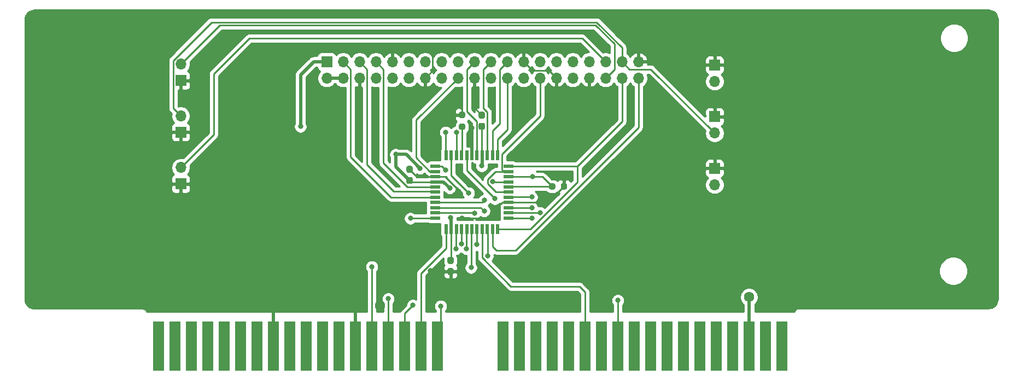
<source format=gbr>
G04 #@! TF.GenerationSoftware,KiCad,Pcbnew,5.1.9-2.fc34*
G04 #@! TF.CreationDate,2021-05-05T22:12:12+01:00*
G04 #@! TF.ProjectId,videoslotadapter,76696465-6f73-46c6-9f74-616461707465,rev?*
G04 #@! TF.SameCoordinates,Original*
G04 #@! TF.FileFunction,Copper,L1,Top*
G04 #@! TF.FilePolarity,Positive*
%FSLAX46Y46*%
G04 Gerber Fmt 4.6, Leading zero omitted, Abs format (unit mm)*
G04 Created by KiCad (PCBNEW 5.1.9-2.fc34) date 2021-05-05 22:12:12*
%MOMM*%
%LPD*%
G01*
G04 APERTURE LIST*
G04 #@! TA.AperFunction,ComponentPad*
%ADD10O,1.700000X1.700000*%
G04 #@! TD*
G04 #@! TA.AperFunction,ComponentPad*
%ADD11R,1.700000X1.700000*%
G04 #@! TD*
G04 #@! TA.AperFunction,SMDPad,CuDef*
%ADD12R,0.550000X1.500000*%
G04 #@! TD*
G04 #@! TA.AperFunction,SMDPad,CuDef*
%ADD13R,1.500000X0.550000*%
G04 #@! TD*
G04 #@! TA.AperFunction,ConnectorPad*
%ADD14R,1.780000X7.620000*%
G04 #@! TD*
G04 #@! TA.AperFunction,ViaPad*
%ADD15C,1.600000*%
G04 #@! TD*
G04 #@! TA.AperFunction,ViaPad*
%ADD16C,0.800000*%
G04 #@! TD*
G04 #@! TA.AperFunction,Conductor*
%ADD17C,0.250000*%
G04 #@! TD*
G04 #@! TA.AperFunction,Conductor*
%ADD18C,0.500000*%
G04 #@! TD*
G04 #@! TA.AperFunction,Conductor*
%ADD19C,0.254000*%
G04 #@! TD*
G04 #@! TA.AperFunction,Conductor*
%ADD20C,0.100000*%
G04 #@! TD*
G04 APERTURE END LIST*
D10*
X199136000Y-79248000D03*
D11*
X199136000Y-76708000D03*
D10*
X116459000Y-76581000D03*
D11*
X116459000Y-79121000D03*
D10*
X199136000Y-87249000D03*
D11*
X199136000Y-84709000D03*
D10*
X116459000Y-84582000D03*
D11*
X116459000Y-87122000D03*
G04 #@! TA.AperFunction,SMDPad,CuDef*
G36*
G01*
X152129500Y-85400000D02*
X151654500Y-85400000D01*
G75*
G02*
X151417000Y-85162500I0J237500D01*
G01*
X151417000Y-84562500D01*
G75*
G02*
X151654500Y-84325000I237500J0D01*
G01*
X152129500Y-84325000D01*
G75*
G02*
X152367000Y-84562500I0J-237500D01*
G01*
X152367000Y-85162500D01*
G75*
G02*
X152129500Y-85400000I-237500J0D01*
G01*
G37*
G04 #@! TD.AperFunction*
G04 #@! TA.AperFunction,SMDPad,CuDef*
G36*
G01*
X152129500Y-87125000D02*
X151654500Y-87125000D01*
G75*
G02*
X151417000Y-86887500I0J237500D01*
G01*
X151417000Y-86287500D01*
G75*
G02*
X151654500Y-86050000I237500J0D01*
G01*
X152129500Y-86050000D01*
G75*
G02*
X152367000Y-86287500I0J-237500D01*
G01*
X152367000Y-86887500D01*
G75*
G02*
X152129500Y-87125000I-237500J0D01*
G01*
G37*
G04 #@! TD.AperFunction*
D12*
X165544000Y-94092000D03*
X164744000Y-94092000D03*
X163944000Y-94092000D03*
X163144000Y-94092000D03*
X162344000Y-94092000D03*
X161544000Y-94092000D03*
X160744000Y-94092000D03*
X159944000Y-94092000D03*
X159144000Y-94092000D03*
X158344000Y-94092000D03*
X157544000Y-94092000D03*
D13*
X155844000Y-92392000D03*
X155844000Y-91592000D03*
X155844000Y-90792000D03*
X155844000Y-89992000D03*
X155844000Y-89192000D03*
X155844000Y-88392000D03*
X155844000Y-87592000D03*
X155844000Y-86792000D03*
X155844000Y-85992000D03*
X155844000Y-85192000D03*
X155844000Y-84392000D03*
D12*
X157544000Y-82692000D03*
X158344000Y-82692000D03*
X159144000Y-82692000D03*
X159944000Y-82692000D03*
X160744000Y-82692000D03*
X161544000Y-82692000D03*
X162344000Y-82692000D03*
X163144000Y-82692000D03*
X163944000Y-82692000D03*
X164744000Y-82692000D03*
X165544000Y-82692000D03*
D13*
X167244000Y-84392000D03*
X167244000Y-85192000D03*
X167244000Y-85992000D03*
X167244000Y-86792000D03*
X167244000Y-87592000D03*
X167244000Y-88392000D03*
X167244000Y-89192000D03*
X167244000Y-89992000D03*
X167244000Y-90792000D03*
X167244000Y-91592000D03*
X167244000Y-92392000D03*
G04 #@! TA.AperFunction,SMDPad,CuDef*
G36*
G01*
X160257500Y-76918000D02*
X159782500Y-76918000D01*
G75*
G02*
X159545000Y-76680500I0J237500D01*
G01*
X159545000Y-76180500D01*
G75*
G02*
X159782500Y-75943000I237500J0D01*
G01*
X160257500Y-75943000D01*
G75*
G02*
X160495000Y-76180500I0J-237500D01*
G01*
X160495000Y-76680500D01*
G75*
G02*
X160257500Y-76918000I-237500J0D01*
G01*
G37*
G04 #@! TD.AperFunction*
G04 #@! TA.AperFunction,SMDPad,CuDef*
G36*
G01*
X160257500Y-78743000D02*
X159782500Y-78743000D01*
G75*
G02*
X159545000Y-78505500I0J237500D01*
G01*
X159545000Y-78005500D01*
G75*
G02*
X159782500Y-77768000I237500J0D01*
G01*
X160257500Y-77768000D01*
G75*
G02*
X160495000Y-78005500I0J-237500D01*
G01*
X160495000Y-78505500D01*
G75*
G02*
X160257500Y-78743000I-237500J0D01*
G01*
G37*
G04 #@! TD.AperFunction*
G04 #@! TA.AperFunction,SMDPad,CuDef*
G36*
G01*
X175304000Y-87740500D02*
X175304000Y-87265500D01*
G75*
G02*
X175541500Y-87028000I237500J0D01*
G01*
X176041500Y-87028000D01*
G75*
G02*
X176279000Y-87265500I0J-237500D01*
G01*
X176279000Y-87740500D01*
G75*
G02*
X176041500Y-87978000I-237500J0D01*
G01*
X175541500Y-87978000D01*
G75*
G02*
X175304000Y-87740500I0J237500D01*
G01*
G37*
G04 #@! TD.AperFunction*
G04 #@! TA.AperFunction,SMDPad,CuDef*
G36*
G01*
X173479000Y-87740500D02*
X173479000Y-87265500D01*
G75*
G02*
X173716500Y-87028000I237500J0D01*
G01*
X174216500Y-87028000D01*
G75*
G02*
X174454000Y-87265500I0J-237500D01*
G01*
X174454000Y-87740500D01*
G75*
G02*
X174216500Y-87978000I-237500J0D01*
G01*
X173716500Y-87978000D01*
G75*
G02*
X173479000Y-87740500I0J237500D01*
G01*
G37*
G04 #@! TD.AperFunction*
D10*
X187325000Y-70739000D03*
X187325000Y-68199000D03*
X184785000Y-70739000D03*
X184785000Y-68199000D03*
X182245000Y-70739000D03*
X182245000Y-68199000D03*
X179705000Y-70739000D03*
X179705000Y-68199000D03*
X177165000Y-70739000D03*
X177165000Y-68199000D03*
X174625000Y-70739000D03*
X174625000Y-68199000D03*
X172085000Y-70739000D03*
X172085000Y-68199000D03*
X169545000Y-70739000D03*
X169545000Y-68199000D03*
X167005000Y-70739000D03*
X167005000Y-68199000D03*
X164465000Y-70739000D03*
X164465000Y-68199000D03*
X161925000Y-70739000D03*
X161925000Y-68199000D03*
X159385000Y-70739000D03*
X159385000Y-68199000D03*
X156845000Y-70739000D03*
X156845000Y-68199000D03*
X154305000Y-70739000D03*
X154305000Y-68199000D03*
X151765000Y-70739000D03*
X151765000Y-68199000D03*
X149225000Y-70739000D03*
X149225000Y-68199000D03*
X146685000Y-70739000D03*
X146685000Y-68199000D03*
X144145000Y-70739000D03*
X144145000Y-68199000D03*
X141605000Y-70739000D03*
X141605000Y-68199000D03*
X139065000Y-70739000D03*
D11*
X139065000Y-68199000D03*
G04 #@! TA.AperFunction,SMDPad,CuDef*
G36*
G01*
X163305500Y-77018000D02*
X162830500Y-77018000D01*
G75*
G02*
X162593000Y-76780500I0J237500D01*
G01*
X162593000Y-76180500D01*
G75*
G02*
X162830500Y-75943000I237500J0D01*
G01*
X163305500Y-75943000D01*
G75*
G02*
X163543000Y-76180500I0J-237500D01*
G01*
X163543000Y-76780500D01*
G75*
G02*
X163305500Y-77018000I-237500J0D01*
G01*
G37*
G04 #@! TD.AperFunction*
G04 #@! TA.AperFunction,SMDPad,CuDef*
G36*
G01*
X163305500Y-78743000D02*
X162830500Y-78743000D01*
G75*
G02*
X162593000Y-78505500I0J237500D01*
G01*
X162593000Y-77905500D01*
G75*
G02*
X162830500Y-77668000I237500J0D01*
G01*
X163305500Y-77668000D01*
G75*
G02*
X163543000Y-77905500I0J-237500D01*
G01*
X163543000Y-78505500D01*
G75*
G02*
X163305500Y-78743000I-237500J0D01*
G01*
G37*
G04 #@! TD.AperFunction*
G04 #@! TA.AperFunction,SMDPad,CuDef*
G36*
G01*
X158004500Y-100147000D02*
X158479500Y-100147000D01*
G75*
G02*
X158717000Y-100384500I0J-237500D01*
G01*
X158717000Y-100984500D01*
G75*
G02*
X158479500Y-101222000I-237500J0D01*
G01*
X158004500Y-101222000D01*
G75*
G02*
X157767000Y-100984500I0J237500D01*
G01*
X157767000Y-100384500D01*
G75*
G02*
X158004500Y-100147000I237500J0D01*
G01*
G37*
G04 #@! TD.AperFunction*
G04 #@! TA.AperFunction,SMDPad,CuDef*
G36*
G01*
X158004500Y-98422000D02*
X158479500Y-98422000D01*
G75*
G02*
X158717000Y-98659500I0J-237500D01*
G01*
X158717000Y-99259500D01*
G75*
G02*
X158479500Y-99497000I-237500J0D01*
G01*
X158004500Y-99497000D01*
G75*
G02*
X157767000Y-99259500I0J237500D01*
G01*
X157767000Y-98659500D01*
G75*
G02*
X158004500Y-98422000I237500J0D01*
G01*
G37*
G04 #@! TD.AperFunction*
D14*
X209554000Y-112272000D03*
X207014000Y-112272000D03*
X204474000Y-112272000D03*
X201934000Y-112272000D03*
X199394000Y-112272000D03*
X196854000Y-112272000D03*
X194314000Y-112272000D03*
X191774000Y-112272000D03*
X189234000Y-112272000D03*
X186694000Y-112272000D03*
X184154000Y-112272000D03*
X181614000Y-112272000D03*
X179074000Y-112272000D03*
X176534000Y-112272000D03*
X173994000Y-112272000D03*
X171454000Y-112272000D03*
X168914000Y-112272000D03*
X166374000Y-112272000D03*
X156214000Y-112272000D03*
X153674000Y-112272000D03*
X151134000Y-112272000D03*
X148594000Y-112272000D03*
X146054000Y-112272000D03*
X143514000Y-112272000D03*
X140974000Y-112272000D03*
X138434000Y-112272000D03*
X135894000Y-112272000D03*
X133354000Y-112272000D03*
X130814000Y-112272000D03*
X128274000Y-112272000D03*
X125734000Y-112272000D03*
X123194000Y-112272000D03*
X120654000Y-112272000D03*
X118114000Y-112272000D03*
X115574000Y-112272000D03*
X113034000Y-112272000D03*
D10*
X199136000Y-71247000D03*
D11*
X199136000Y-68707000D03*
X116459000Y-71120000D03*
D10*
X116459000Y-68580000D03*
D15*
X130810000Y-104648000D03*
X147359496Y-105957496D03*
X143637000Y-104521000D03*
X159512000Y-105537000D03*
D16*
X157099000Y-102743000D03*
X161542990Y-78486000D03*
X154305000Y-66167000D03*
X160528000Y-86360000D03*
X164719000Y-84455000D03*
X146558000Y-82169000D03*
X146558000Y-74930000D03*
X168148000Y-75692000D03*
X164465000Y-74041000D03*
X159512000Y-88265000D03*
X159385000Y-74168000D03*
X155135153Y-100525153D03*
X160020000Y-92456000D03*
X149987000Y-79756000D03*
X186055000Y-75819000D03*
X175260000Y-105537000D03*
X177673000Y-105537000D03*
D15*
X240284000Y-103759000D03*
X240284000Y-62992000D03*
X95123000Y-63119000D03*
X95123000Y-103759000D03*
D16*
X135001000Y-78232000D03*
X149733000Y-82550000D03*
X163068000Y-84328000D03*
X153534346Y-84717654D03*
X158115000Y-87757000D03*
X158242000Y-92329000D03*
X165100000Y-89408000D03*
X161925000Y-91694000D03*
X161417000Y-100076000D03*
X161036000Y-88519000D03*
X156718000Y-106045000D03*
X163449000Y-91313000D03*
X148590000Y-104902000D03*
X159069000Y-97155000D03*
X162306000Y-96520000D03*
X152400000Y-105918000D03*
X163957000Y-98298000D03*
X163449000Y-89662000D03*
X159893000Y-96393000D03*
X146050000Y-99949000D03*
X160655000Y-97155000D03*
X170815000Y-92456000D03*
X170815000Y-90805000D03*
X172085000Y-91567000D03*
X170815000Y-89154000D03*
X170955000Y-85992000D03*
X164719000Y-86741000D03*
X159131000Y-79121000D03*
X152019000Y-92456000D03*
X157480000Y-79121000D03*
D15*
X204470000Y-104648000D03*
D16*
X157480000Y-84963000D03*
X184150000Y-105156000D03*
D17*
X153021500Y-85992000D02*
X151892000Y-84862500D01*
X155844000Y-85992000D02*
X153021500Y-85992000D01*
X173302500Y-89992000D02*
X175791500Y-87503000D01*
X167244000Y-89992000D02*
X173302500Y-89992000D01*
D18*
X130814000Y-104652000D02*
X130810000Y-104648000D01*
X130814000Y-112272000D02*
X130814000Y-104652000D01*
X143514000Y-104644000D02*
X143637000Y-104521000D01*
X143514000Y-112272000D02*
X143514000Y-104644000D01*
X161544000Y-78487010D02*
X161542990Y-78486000D01*
X161544000Y-82692000D02*
X161544000Y-78487010D01*
D17*
X155480001Y-67342001D02*
X154305000Y-66167000D01*
X155480001Y-69563999D02*
X155480001Y-67342001D01*
X154305000Y-70739000D02*
X155480001Y-69563999D01*
X170909999Y-69563999D02*
X169545000Y-68199000D01*
X173449999Y-69563999D02*
X170909999Y-69563999D01*
X174625000Y-70739000D02*
X173449999Y-69563999D01*
X159512000Y-88080998D02*
X159512000Y-88265000D01*
X157423002Y-85992000D02*
X159512000Y-88080998D01*
X155844000Y-85992000D02*
X157423002Y-85992000D01*
X161925000Y-75337500D02*
X161925000Y-70739000D01*
X163068000Y-76480500D02*
X161925000Y-75337500D01*
X160020000Y-74803000D02*
X159385000Y-74168000D01*
X160020000Y-76430500D02*
X160020000Y-74803000D01*
X155135153Y-100779153D02*
X155135153Y-100525153D01*
X157099000Y-102743000D02*
X155135153Y-100779153D01*
X163780000Y-92456000D02*
X160020000Y-92456000D01*
X166244000Y-89992000D02*
X163780000Y-92456000D01*
X167244000Y-89992000D02*
X166244000Y-89992000D01*
X152096500Y-86792000D02*
X151892000Y-86587500D01*
X155844000Y-86792000D02*
X152096500Y-86792000D01*
X158344000Y-98857500D02*
X158242000Y-98959500D01*
X158344000Y-94092000D02*
X158344000Y-98857500D01*
X163068000Y-82616000D02*
X163144000Y-82692000D01*
X163068000Y-78205500D02*
X163068000Y-82616000D01*
D18*
X139065000Y-68199000D02*
X137033000Y-68199000D01*
X137033000Y-68199000D02*
X135001000Y-70231000D01*
X149733000Y-84428500D02*
X151892000Y-86587500D01*
X149733000Y-82550000D02*
X149733000Y-84428500D01*
X163144000Y-84252000D02*
X163068000Y-84328000D01*
X163144000Y-82692000D02*
X163144000Y-84252000D01*
X151366692Y-82550000D02*
X149733000Y-82550000D01*
X153534346Y-84717654D02*
X151366692Y-82550000D01*
X157150000Y-86792000D02*
X158115000Y-87757000D01*
X155844000Y-86792000D02*
X157150000Y-86792000D01*
X158344000Y-92431000D02*
X158344000Y-94092000D01*
X158242000Y-92329000D02*
X158344000Y-92431000D01*
X135001000Y-73660000D02*
X135001000Y-78232000D01*
X135001000Y-70231000D02*
X135001000Y-73660000D01*
D17*
X160744000Y-85052000D02*
X165100000Y-89408000D01*
X160744000Y-82692000D02*
X160744000Y-85052000D01*
X161823000Y-91592000D02*
X161925000Y-91694000D01*
X155844000Y-91592000D02*
X161823000Y-91592000D01*
X157544000Y-94092000D02*
X157544000Y-97091000D01*
X153674000Y-100961000D02*
X153674000Y-112272000D01*
X157544000Y-97091000D02*
X153674000Y-100961000D01*
X161417000Y-94219000D02*
X161544000Y-94092000D01*
X161417000Y-100076000D02*
X161417000Y-94219000D01*
X158344000Y-85827000D02*
X161036000Y-88519000D01*
X158344000Y-82692000D02*
X158344000Y-85827000D01*
X156718000Y-111768000D02*
X156214000Y-112272000D01*
X156718000Y-106045000D02*
X156718000Y-111768000D01*
X162928000Y-90792000D02*
X163449000Y-91313000D01*
X155844000Y-90792000D02*
X162928000Y-90792000D01*
X148594000Y-104906000D02*
X148590000Y-104902000D01*
X148594000Y-112272000D02*
X148594000Y-104906000D01*
X159069000Y-94167000D02*
X159144000Y-94092000D01*
X159069000Y-97155000D02*
X159069000Y-94167000D01*
X162306000Y-94130000D02*
X162344000Y-94092000D01*
X162306000Y-96520000D02*
X162306000Y-94130000D01*
X151134000Y-107184000D02*
X152400000Y-105918000D01*
X151134000Y-112272000D02*
X151134000Y-107184000D01*
X163957000Y-94105000D02*
X163944000Y-94092000D01*
X163957000Y-98298000D02*
X163957000Y-94105000D01*
X163119000Y-89992000D02*
X163449000Y-89662000D01*
X155844000Y-89992000D02*
X163119000Y-89992000D01*
X159893000Y-94143000D02*
X159944000Y-94092000D01*
X159893000Y-96393000D02*
X159893000Y-94143000D01*
X146054000Y-99953000D02*
X146050000Y-99949000D01*
X146054000Y-112272000D02*
X146054000Y-99953000D01*
X160655000Y-94181000D02*
X160744000Y-94092000D01*
X160655000Y-97155000D02*
X160655000Y-94181000D01*
X164744000Y-96799000D02*
X164744000Y-94092000D01*
X168275000Y-97409000D02*
X165354000Y-97409000D01*
X187325000Y-78359000D02*
X168275000Y-97409000D01*
X165354000Y-97409000D02*
X164744000Y-96799000D01*
X187325000Y-70739000D02*
X187325000Y-78359000D01*
X167244000Y-84392000D02*
X177863000Y-84392000D01*
X184785000Y-77470000D02*
X184785000Y-70739000D01*
X177863000Y-84392000D02*
X184785000Y-77470000D01*
X177863000Y-86862002D02*
X177863000Y-84392000D01*
X170633002Y-94092000D02*
X177863000Y-86862002D01*
X165544000Y-94092000D02*
X170633002Y-94092000D01*
X185960001Y-69374001D02*
X184785000Y-68199000D01*
X189262001Y-69374001D02*
X185960001Y-69374001D01*
X199136000Y-79248000D02*
X189262001Y-69374001D01*
X115283999Y-75405999D02*
X116459000Y-76581000D01*
X115283999Y-68015999D02*
X115283999Y-75405999D01*
X121229009Y-62070989D02*
X115283999Y-68015999D01*
X180880397Y-62070989D02*
X121229009Y-62070989D01*
X184785000Y-65975592D02*
X180880397Y-62070989D01*
X184785000Y-68199000D02*
X184785000Y-65975592D01*
X183609999Y-69374001D02*
X183609999Y-65437001D01*
X182245000Y-70739000D02*
X183609999Y-69374001D01*
X180693997Y-62520999D02*
X183609999Y-65437001D01*
X122518001Y-62520999D02*
X180693997Y-62520999D01*
X116459000Y-68580000D02*
X122518001Y-62520999D01*
X121539000Y-79502000D02*
X116459000Y-84582000D01*
X121539000Y-70104998D02*
X121539000Y-79502000D01*
X127068008Y-64575990D02*
X125666999Y-65976999D01*
X182245000Y-68199000D02*
X178621990Y-64575990D01*
X178621990Y-64575990D02*
X127068008Y-64575990D01*
X125666999Y-65976999D02*
X121539000Y-70104998D01*
X167308000Y-92456000D02*
X167244000Y-92392000D01*
X170815000Y-92456000D02*
X167308000Y-92456000D01*
X167257000Y-90805000D02*
X167244000Y-90792000D01*
X170815000Y-90805000D02*
X167257000Y-90805000D01*
X167269000Y-91567000D02*
X167244000Y-91592000D01*
X172085000Y-91567000D02*
X167269000Y-91567000D01*
X167282000Y-89154000D02*
X167244000Y-89192000D01*
X170815000Y-89154000D02*
X167282000Y-89154000D01*
X166168999Y-84927001D02*
X166168999Y-82497001D01*
X166433998Y-85192000D02*
X166168999Y-84927001D01*
X167244000Y-85192000D02*
X166433998Y-85192000D01*
X172085000Y-76581000D02*
X172085000Y-70739000D01*
X166168999Y-82497001D02*
X172085000Y-76581000D01*
X163993999Y-87089001D02*
X165296998Y-88392000D01*
X163993999Y-86392999D02*
X163993999Y-87089001D01*
X165296998Y-88392000D02*
X167244000Y-88392000D01*
X165194998Y-85192000D02*
X163993999Y-86392999D01*
X167244000Y-85192000D02*
X165194998Y-85192000D01*
X172455500Y-85992000D02*
X173966500Y-87503000D01*
X167333000Y-87503000D02*
X167244000Y-87592000D01*
X173966500Y-87503000D02*
X167333000Y-87503000D01*
X170955000Y-85992000D02*
X172455500Y-85992000D01*
X167244000Y-85992000D02*
X170955000Y-85992000D01*
X164770000Y-86792000D02*
X164719000Y-86741000D01*
X167244000Y-86792000D02*
X164770000Y-86792000D01*
X167005000Y-70739000D02*
X167005000Y-78740000D01*
X165544000Y-80201000D02*
X165544000Y-82692000D01*
X167005000Y-78740000D02*
X165544000Y-80201000D01*
X165829999Y-69374001D02*
X165829999Y-77756001D01*
X167005000Y-68199000D02*
X165829999Y-69374001D01*
X164744000Y-78842000D02*
X164744000Y-82692000D01*
X165829999Y-77756001D02*
X164744000Y-78842000D01*
X163944000Y-76023490D02*
X163944000Y-82692000D01*
X163289999Y-75369489D02*
X163944000Y-76023490D01*
X163289999Y-69374001D02*
X163289999Y-75369489D01*
X164465000Y-68199000D02*
X163289999Y-69374001D01*
X162267990Y-82615990D02*
X162344000Y-82692000D01*
X162267990Y-77395480D02*
X162267990Y-82615990D01*
X160749999Y-75877489D02*
X162267990Y-77395480D01*
X160749999Y-69374001D02*
X160749999Y-75877489D01*
X161925000Y-68199000D02*
X160749999Y-69374001D01*
X155033998Y-85192000D02*
X152908000Y-83066002D01*
X155844000Y-85192000D02*
X155033998Y-85192000D01*
X152908000Y-77216000D02*
X159385000Y-70739000D01*
X152908000Y-83066002D02*
X152908000Y-77216000D01*
X159131000Y-82679000D02*
X159144000Y-82692000D01*
X159131000Y-79121000D02*
X159131000Y-82679000D01*
X155780000Y-92456000D02*
X155844000Y-92392000D01*
X152019000Y-92456000D02*
X155780000Y-92456000D01*
X157480000Y-82628000D02*
X157544000Y-82692000D01*
X157480000Y-79121000D02*
X157480000Y-82628000D01*
X151563490Y-87592000D02*
X155844000Y-87592000D01*
X147860001Y-83888511D02*
X151563490Y-87592000D01*
X147860001Y-69374001D02*
X147860001Y-83888511D01*
X146685000Y-68199000D02*
X147860001Y-69374001D01*
X145320001Y-69374001D02*
X145320001Y-84142511D01*
X145320001Y-84142511D02*
X149442490Y-88265000D01*
X144145000Y-68199000D02*
X145320001Y-69374001D01*
X155717000Y-88265000D02*
X155844000Y-88392000D01*
X149442490Y-88265000D02*
X155717000Y-88265000D01*
D18*
X204474000Y-104652000D02*
X204470000Y-104648000D01*
X204474000Y-112272000D02*
X204474000Y-104652000D01*
X141605000Y-70739000D02*
X139065000Y-70739000D01*
D17*
X142780001Y-69374001D02*
X142780001Y-82963001D01*
X141605000Y-68199000D02*
X142780001Y-69374001D01*
X149009000Y-89192000D02*
X155844000Y-89192000D01*
X142780001Y-82963001D02*
X149009000Y-89192000D01*
X156909000Y-84392000D02*
X157480000Y-84963000D01*
X155844000Y-84392000D02*
X156909000Y-84392000D01*
X184150000Y-112268000D02*
X184154000Y-112272000D01*
X184150000Y-105156000D02*
X184150000Y-112268000D01*
X163144000Y-98558002D02*
X167582998Y-102997000D01*
X163144000Y-94092000D02*
X163144000Y-98558002D01*
X167582998Y-102997000D02*
X178181000Y-102997000D01*
X179074000Y-103890000D02*
X179074000Y-112272000D01*
X178181000Y-102997000D02*
X179074000Y-103890000D01*
X160020000Y-82616000D02*
X159944000Y-82692000D01*
X160020000Y-78255500D02*
X160020000Y-82616000D01*
D19*
X241486245Y-60184099D02*
X241801762Y-60215035D01*
X242071852Y-60296580D01*
X242320962Y-60429035D01*
X242539595Y-60607347D01*
X242719434Y-60824736D01*
X242853621Y-61072909D01*
X242937049Y-61342421D01*
X242969978Y-61655727D01*
X242964904Y-104897717D01*
X242933965Y-105213262D01*
X242852419Y-105483354D01*
X242719967Y-105732459D01*
X242541652Y-105951096D01*
X242324267Y-106130932D01*
X242076091Y-106265121D01*
X241806579Y-106348549D01*
X241493255Y-106381480D01*
X212173137Y-106381480D01*
X212138260Y-106378045D01*
X212103383Y-106381480D01*
X212100843Y-106381480D01*
X211996536Y-106391753D01*
X211862700Y-106432352D01*
X211739357Y-106498280D01*
X211631245Y-106587005D01*
X211542520Y-106695117D01*
X211476592Y-106818460D01*
X211441543Y-106934000D01*
X205359000Y-106934000D01*
X205359000Y-105779849D01*
X205384759Y-105762637D01*
X205584637Y-105562759D01*
X205741680Y-105327727D01*
X205849853Y-105066574D01*
X205905000Y-104789335D01*
X205905000Y-104506665D01*
X205849853Y-104229426D01*
X205741680Y-103968273D01*
X205584637Y-103733241D01*
X205384759Y-103533363D01*
X205149727Y-103376320D01*
X204888574Y-103268147D01*
X204611335Y-103213000D01*
X204328665Y-103213000D01*
X204051426Y-103268147D01*
X203790273Y-103376320D01*
X203555241Y-103533363D01*
X203355363Y-103733241D01*
X203198320Y-103968273D01*
X203090147Y-104229426D01*
X203035000Y-104506665D01*
X203035000Y-104789335D01*
X203090147Y-105066574D01*
X203198320Y-105327727D01*
X203355363Y-105562759D01*
X203555241Y-105762637D01*
X203589001Y-105785195D01*
X203589001Y-106934000D01*
X184910000Y-106934000D01*
X184910000Y-105859711D01*
X184953937Y-105815774D01*
X185067205Y-105646256D01*
X185145226Y-105457898D01*
X185185000Y-105257939D01*
X185185000Y-105054061D01*
X185145226Y-104854102D01*
X185067205Y-104665744D01*
X184953937Y-104496226D01*
X184809774Y-104352063D01*
X184640256Y-104238795D01*
X184451898Y-104160774D01*
X184251939Y-104121000D01*
X184048061Y-104121000D01*
X183848102Y-104160774D01*
X183659744Y-104238795D01*
X183490226Y-104352063D01*
X183346063Y-104496226D01*
X183232795Y-104665744D01*
X183154774Y-104854102D01*
X183115000Y-105054061D01*
X183115000Y-105257939D01*
X183154774Y-105457898D01*
X183232795Y-105646256D01*
X183346063Y-105815774D01*
X183390000Y-105859711D01*
X183390000Y-106934000D01*
X179834000Y-106934000D01*
X179834000Y-103927325D01*
X179837676Y-103890000D01*
X179834000Y-103852675D01*
X179834000Y-103852667D01*
X179823003Y-103741014D01*
X179779546Y-103597753D01*
X179708974Y-103465724D01*
X179614001Y-103349999D01*
X179585004Y-103326202D01*
X178744803Y-102486002D01*
X178721001Y-102456999D01*
X178605276Y-102362026D01*
X178473247Y-102291454D01*
X178329986Y-102247997D01*
X178218333Y-102237000D01*
X178218322Y-102237000D01*
X178181000Y-102233324D01*
X178143678Y-102237000D01*
X167897800Y-102237000D01*
X166024672Y-100363872D01*
X233858000Y-100363872D01*
X233858000Y-100804128D01*
X233943890Y-101235925D01*
X234112369Y-101642669D01*
X234356962Y-102008729D01*
X234668271Y-102320038D01*
X235034331Y-102564631D01*
X235441075Y-102733110D01*
X235872872Y-102819000D01*
X236313128Y-102819000D01*
X236744925Y-102733110D01*
X237151669Y-102564631D01*
X237517729Y-102320038D01*
X237829038Y-102008729D01*
X238073631Y-101642669D01*
X238242110Y-101235925D01*
X238328000Y-100804128D01*
X238328000Y-100363872D01*
X238242110Y-99932075D01*
X238073631Y-99525331D01*
X237829038Y-99159271D01*
X237517729Y-98847962D01*
X237151669Y-98603369D01*
X236744925Y-98434890D01*
X236313128Y-98349000D01*
X235872872Y-98349000D01*
X235441075Y-98434890D01*
X235034331Y-98603369D01*
X234668271Y-98847962D01*
X234356962Y-99159271D01*
X234112369Y-99525331D01*
X233943890Y-99932075D01*
X233858000Y-100363872D01*
X166024672Y-100363872D01*
X164689755Y-99028956D01*
X164760937Y-98957774D01*
X164874205Y-98788256D01*
X164952226Y-98599898D01*
X164992000Y-98399939D01*
X164992000Y-98196061D01*
X164965558Y-98063128D01*
X165061753Y-98114546D01*
X165205014Y-98158003D01*
X165316667Y-98169000D01*
X165316676Y-98169000D01*
X165353999Y-98172676D01*
X165391322Y-98169000D01*
X168237678Y-98169000D01*
X168275000Y-98172676D01*
X168312322Y-98169000D01*
X168312333Y-98169000D01*
X168423986Y-98158003D01*
X168567247Y-98114546D01*
X168699276Y-98043974D01*
X168815001Y-97949001D01*
X168838804Y-97919997D01*
X181199801Y-85559000D01*
X197647928Y-85559000D01*
X197660188Y-85683482D01*
X197696498Y-85803180D01*
X197755463Y-85913494D01*
X197834815Y-86010185D01*
X197931506Y-86089537D01*
X198041820Y-86148502D01*
X198114380Y-86170513D01*
X197982525Y-86302368D01*
X197820010Y-86545589D01*
X197708068Y-86815842D01*
X197651000Y-87102740D01*
X197651000Y-87395260D01*
X197708068Y-87682158D01*
X197820010Y-87952411D01*
X197982525Y-88195632D01*
X198189368Y-88402475D01*
X198432589Y-88564990D01*
X198702842Y-88676932D01*
X198989740Y-88734000D01*
X199282260Y-88734000D01*
X199569158Y-88676932D01*
X199839411Y-88564990D01*
X200082632Y-88402475D01*
X200289475Y-88195632D01*
X200451990Y-87952411D01*
X200563932Y-87682158D01*
X200621000Y-87395260D01*
X200621000Y-87102740D01*
X200563932Y-86815842D01*
X200451990Y-86545589D01*
X200289475Y-86302368D01*
X200157620Y-86170513D01*
X200230180Y-86148502D01*
X200340494Y-86089537D01*
X200437185Y-86010185D01*
X200516537Y-85913494D01*
X200575502Y-85803180D01*
X200611812Y-85683482D01*
X200624072Y-85559000D01*
X200621000Y-84994750D01*
X200462250Y-84836000D01*
X199263000Y-84836000D01*
X199263000Y-84856000D01*
X199009000Y-84856000D01*
X199009000Y-84836000D01*
X197809750Y-84836000D01*
X197651000Y-84994750D01*
X197647928Y-85559000D01*
X181199801Y-85559000D01*
X182899801Y-83859000D01*
X197647928Y-83859000D01*
X197651000Y-84423250D01*
X197809750Y-84582000D01*
X199009000Y-84582000D01*
X199009000Y-83382750D01*
X199263000Y-83382750D01*
X199263000Y-84582000D01*
X200462250Y-84582000D01*
X200621000Y-84423250D01*
X200624072Y-83859000D01*
X200611812Y-83734518D01*
X200575502Y-83614820D01*
X200516537Y-83504506D01*
X200437185Y-83407815D01*
X200340494Y-83328463D01*
X200230180Y-83269498D01*
X200110482Y-83233188D01*
X199986000Y-83220928D01*
X199421750Y-83224000D01*
X199263000Y-83382750D01*
X199009000Y-83382750D01*
X198850250Y-83224000D01*
X198286000Y-83220928D01*
X198161518Y-83233188D01*
X198041820Y-83269498D01*
X197931506Y-83328463D01*
X197834815Y-83407815D01*
X197755463Y-83504506D01*
X197696498Y-83614820D01*
X197660188Y-83734518D01*
X197647928Y-83859000D01*
X182899801Y-83859000D01*
X187836003Y-78922799D01*
X187865001Y-78899001D01*
X187959974Y-78783276D01*
X188030546Y-78651247D01*
X188074003Y-78507986D01*
X188085000Y-78396333D01*
X188085000Y-78396324D01*
X188088676Y-78359001D01*
X188085000Y-78321678D01*
X188085000Y-72017178D01*
X188271632Y-71892475D01*
X188478475Y-71685632D01*
X188640990Y-71442411D01*
X188752932Y-71172158D01*
X188810000Y-70885260D01*
X188810000Y-70592740D01*
X188752932Y-70305842D01*
X188681753Y-70134001D01*
X188947200Y-70134001D01*
X197694790Y-78881592D01*
X197651000Y-79101740D01*
X197651000Y-79394260D01*
X197708068Y-79681158D01*
X197820010Y-79951411D01*
X197982525Y-80194632D01*
X198189368Y-80401475D01*
X198432589Y-80563990D01*
X198702842Y-80675932D01*
X198989740Y-80733000D01*
X199282260Y-80733000D01*
X199569158Y-80675932D01*
X199839411Y-80563990D01*
X200082632Y-80401475D01*
X200289475Y-80194632D01*
X200451990Y-79951411D01*
X200563932Y-79681158D01*
X200621000Y-79394260D01*
X200621000Y-79101740D01*
X200563932Y-78814842D01*
X200451990Y-78544589D01*
X200289475Y-78301368D01*
X200157620Y-78169513D01*
X200230180Y-78147502D01*
X200340494Y-78088537D01*
X200437185Y-78009185D01*
X200516537Y-77912494D01*
X200575502Y-77802180D01*
X200611812Y-77682482D01*
X200624072Y-77558000D01*
X200621000Y-76993750D01*
X200462250Y-76835000D01*
X199263000Y-76835000D01*
X199263000Y-76855000D01*
X199009000Y-76855000D01*
X199009000Y-76835000D01*
X198989000Y-76835000D01*
X198989000Y-76581000D01*
X199009000Y-76581000D01*
X199009000Y-75381750D01*
X199263000Y-75381750D01*
X199263000Y-76581000D01*
X200462250Y-76581000D01*
X200621000Y-76422250D01*
X200624072Y-75858000D01*
X200611812Y-75733518D01*
X200575502Y-75613820D01*
X200516537Y-75503506D01*
X200437185Y-75406815D01*
X200340494Y-75327463D01*
X200230180Y-75268498D01*
X200110482Y-75232188D01*
X199986000Y-75219928D01*
X199421750Y-75223000D01*
X199263000Y-75381750D01*
X199009000Y-75381750D01*
X198850250Y-75223000D01*
X198286000Y-75219928D01*
X198161518Y-75232188D01*
X198041820Y-75268498D01*
X197931506Y-75327463D01*
X197834815Y-75406815D01*
X197755463Y-75503506D01*
X197696498Y-75613820D01*
X197660188Y-75733518D01*
X197647928Y-75858000D01*
X197651000Y-76422250D01*
X197809748Y-76580998D01*
X197651000Y-76580998D01*
X197651000Y-76688198D01*
X190519802Y-69557000D01*
X197647928Y-69557000D01*
X197660188Y-69681482D01*
X197696498Y-69801180D01*
X197755463Y-69911494D01*
X197834815Y-70008185D01*
X197931506Y-70087537D01*
X198041820Y-70146502D01*
X198114380Y-70168513D01*
X197982525Y-70300368D01*
X197820010Y-70543589D01*
X197708068Y-70813842D01*
X197651000Y-71100740D01*
X197651000Y-71393260D01*
X197708068Y-71680158D01*
X197820010Y-71950411D01*
X197982525Y-72193632D01*
X198189368Y-72400475D01*
X198432589Y-72562990D01*
X198702842Y-72674932D01*
X198989740Y-72732000D01*
X199282260Y-72732000D01*
X199569158Y-72674932D01*
X199839411Y-72562990D01*
X200082632Y-72400475D01*
X200289475Y-72193632D01*
X200451990Y-71950411D01*
X200563932Y-71680158D01*
X200621000Y-71393260D01*
X200621000Y-71100740D01*
X200563932Y-70813842D01*
X200451990Y-70543589D01*
X200289475Y-70300368D01*
X200157620Y-70168513D01*
X200230180Y-70146502D01*
X200340494Y-70087537D01*
X200437185Y-70008185D01*
X200516537Y-69911494D01*
X200575502Y-69801180D01*
X200611812Y-69681482D01*
X200624072Y-69557000D01*
X200621000Y-68992750D01*
X200462250Y-68834000D01*
X199263000Y-68834000D01*
X199263000Y-68854000D01*
X199009000Y-68854000D01*
X199009000Y-68834000D01*
X197809750Y-68834000D01*
X197651000Y-68992750D01*
X197647928Y-69557000D01*
X190519802Y-69557000D01*
X189825805Y-68863004D01*
X189802002Y-68834000D01*
X189686277Y-68739027D01*
X189554248Y-68668455D01*
X189410987Y-68624998D01*
X189299334Y-68614001D01*
X189299323Y-68614001D01*
X189262001Y-68610325D01*
X189224679Y-68614001D01*
X188745868Y-68614001D01*
X188766481Y-68555891D01*
X188645814Y-68326000D01*
X187452000Y-68326000D01*
X187452000Y-68346000D01*
X187198000Y-68346000D01*
X187198000Y-68326000D01*
X187178000Y-68326000D01*
X187178000Y-68072000D01*
X187198000Y-68072000D01*
X187198000Y-66878845D01*
X187452000Y-66878845D01*
X187452000Y-68072000D01*
X188645814Y-68072000D01*
X188758664Y-67857000D01*
X197647928Y-67857000D01*
X197651000Y-68421250D01*
X197809750Y-68580000D01*
X199009000Y-68580000D01*
X199009000Y-67380750D01*
X199263000Y-67380750D01*
X199263000Y-68580000D01*
X200462250Y-68580000D01*
X200621000Y-68421250D01*
X200624072Y-67857000D01*
X200611812Y-67732518D01*
X200575502Y-67612820D01*
X200516537Y-67502506D01*
X200437185Y-67405815D01*
X200340494Y-67326463D01*
X200230180Y-67267498D01*
X200110482Y-67231188D01*
X199986000Y-67218928D01*
X199421750Y-67222000D01*
X199263000Y-67380750D01*
X199009000Y-67380750D01*
X198850250Y-67222000D01*
X198286000Y-67218928D01*
X198161518Y-67231188D01*
X198041820Y-67267498D01*
X197931506Y-67326463D01*
X197834815Y-67405815D01*
X197755463Y-67502506D01*
X197696498Y-67612820D01*
X197660188Y-67732518D01*
X197647928Y-67857000D01*
X188758664Y-67857000D01*
X188766481Y-67842109D01*
X188669157Y-67567748D01*
X188520178Y-67317645D01*
X188325269Y-67101412D01*
X188091920Y-66927359D01*
X187829099Y-66802175D01*
X187681890Y-66757524D01*
X187452000Y-66878845D01*
X187198000Y-66878845D01*
X186968110Y-66757524D01*
X186820901Y-66802175D01*
X186558080Y-66927359D01*
X186324731Y-67101412D01*
X186129822Y-67317645D01*
X186060195Y-67434534D01*
X185938475Y-67252368D01*
X185731632Y-67045525D01*
X185545000Y-66920822D01*
X185545000Y-66012925D01*
X185548677Y-65975592D01*
X185534003Y-65826606D01*
X185490546Y-65683345D01*
X185419974Y-65551316D01*
X185348799Y-65464589D01*
X185325001Y-65435591D01*
X185296003Y-65411793D01*
X184180082Y-64295872D01*
X233985000Y-64295872D01*
X233985000Y-64736128D01*
X234070890Y-65167925D01*
X234239369Y-65574669D01*
X234483962Y-65940729D01*
X234795271Y-66252038D01*
X235161331Y-66496631D01*
X235568075Y-66665110D01*
X235999872Y-66751000D01*
X236440128Y-66751000D01*
X236871925Y-66665110D01*
X237278669Y-66496631D01*
X237644729Y-66252038D01*
X237956038Y-65940729D01*
X238200631Y-65574669D01*
X238369110Y-65167925D01*
X238455000Y-64736128D01*
X238455000Y-64295872D01*
X238369110Y-63864075D01*
X238200631Y-63457331D01*
X237956038Y-63091271D01*
X237644729Y-62779962D01*
X237278669Y-62535369D01*
X236871925Y-62366890D01*
X236440128Y-62281000D01*
X235999872Y-62281000D01*
X235568075Y-62366890D01*
X235161331Y-62535369D01*
X234795271Y-62779962D01*
X234483962Y-63091271D01*
X234239369Y-63457331D01*
X234070890Y-63864075D01*
X233985000Y-64295872D01*
X184180082Y-64295872D01*
X181444201Y-61559992D01*
X181420398Y-61530988D01*
X181304673Y-61436015D01*
X181172644Y-61365443D01*
X181029383Y-61321986D01*
X180917730Y-61310989D01*
X180917719Y-61310989D01*
X180880397Y-61307313D01*
X180843075Y-61310989D01*
X121266334Y-61310989D01*
X121229009Y-61307313D01*
X121191684Y-61310989D01*
X121191676Y-61310989D01*
X121080023Y-61321986D01*
X120936762Y-61365443D01*
X120804733Y-61436015D01*
X120689008Y-61530988D01*
X120665210Y-61559986D01*
X114773002Y-67452195D01*
X114743998Y-67475998D01*
X114689448Y-67542468D01*
X114649025Y-67591723D01*
X114597565Y-67687997D01*
X114578453Y-67723753D01*
X114534996Y-67867014D01*
X114523999Y-67978667D01*
X114523999Y-67978677D01*
X114520323Y-68015999D01*
X114523999Y-68053321D01*
X114524000Y-75368667D01*
X114520323Y-75405999D01*
X114534997Y-75554984D01*
X114578453Y-75698245D01*
X114649025Y-75830275D01*
X114690237Y-75880491D01*
X114743999Y-75946000D01*
X114772997Y-75969798D01*
X115017791Y-76214592D01*
X114974000Y-76434740D01*
X114974000Y-76727260D01*
X115031068Y-77014158D01*
X115143010Y-77284411D01*
X115305525Y-77527632D01*
X115437380Y-77659487D01*
X115364820Y-77681498D01*
X115254506Y-77740463D01*
X115157815Y-77819815D01*
X115078463Y-77916506D01*
X115019498Y-78026820D01*
X114983188Y-78146518D01*
X114970928Y-78271000D01*
X114974000Y-78835250D01*
X115132750Y-78994000D01*
X116332000Y-78994000D01*
X116332000Y-78974000D01*
X116586000Y-78974000D01*
X116586000Y-78994000D01*
X117785250Y-78994000D01*
X117944000Y-78835250D01*
X117947072Y-78271000D01*
X117934812Y-78146518D01*
X117898502Y-78026820D01*
X117839537Y-77916506D01*
X117760185Y-77819815D01*
X117663494Y-77740463D01*
X117553180Y-77681498D01*
X117480620Y-77659487D01*
X117612475Y-77527632D01*
X117774990Y-77284411D01*
X117886932Y-77014158D01*
X117944000Y-76727260D01*
X117944000Y-76434740D01*
X117886932Y-76147842D01*
X117774990Y-75877589D01*
X117612475Y-75634368D01*
X117405632Y-75427525D01*
X117162411Y-75265010D01*
X116892158Y-75153068D01*
X116605260Y-75096000D01*
X116312740Y-75096000D01*
X116092592Y-75139791D01*
X116043999Y-75091198D01*
X116043999Y-72605704D01*
X116173250Y-72605000D01*
X116332000Y-72446250D01*
X116332000Y-71247000D01*
X116586000Y-71247000D01*
X116586000Y-72446250D01*
X116744750Y-72605000D01*
X117309000Y-72608072D01*
X117433482Y-72595812D01*
X117553180Y-72559502D01*
X117663494Y-72500537D01*
X117760185Y-72421185D01*
X117839537Y-72324494D01*
X117898502Y-72214180D01*
X117934812Y-72094482D01*
X117947072Y-71970000D01*
X117944000Y-71405750D01*
X117785250Y-71247000D01*
X116586000Y-71247000D01*
X116332000Y-71247000D01*
X116312000Y-71247000D01*
X116312000Y-70993000D01*
X116332000Y-70993000D01*
X116332000Y-70973000D01*
X116586000Y-70973000D01*
X116586000Y-70993000D01*
X117785250Y-70993000D01*
X117944000Y-70834250D01*
X117947072Y-70270000D01*
X117934812Y-70145518D01*
X117898502Y-70025820D01*
X117839537Y-69915506D01*
X117760185Y-69818815D01*
X117663494Y-69739463D01*
X117553180Y-69680498D01*
X117480620Y-69658487D01*
X117612475Y-69526632D01*
X117774990Y-69283411D01*
X117886932Y-69013158D01*
X117944000Y-68726260D01*
X117944000Y-68433740D01*
X117900209Y-68213592D01*
X122832804Y-63280999D01*
X180379196Y-63280999D01*
X182850000Y-65751804D01*
X182850000Y-66842247D01*
X182678158Y-66771068D01*
X182391260Y-66714000D01*
X182098740Y-66714000D01*
X181878592Y-66757790D01*
X179185794Y-64064993D01*
X179161991Y-64035989D01*
X179046266Y-63941016D01*
X178914237Y-63870444D01*
X178770976Y-63826987D01*
X178659323Y-63815990D01*
X178659312Y-63815990D01*
X178621990Y-63812314D01*
X178584668Y-63815990D01*
X127105331Y-63815990D01*
X127068008Y-63812314D01*
X127030685Y-63815990D01*
X127030675Y-63815990D01*
X126919022Y-63826987D01*
X126775761Y-63870444D01*
X126643731Y-63941016D01*
X126560091Y-64009658D01*
X126528007Y-64035989D01*
X126504209Y-64064987D01*
X125156001Y-65413196D01*
X125155996Y-65413200D01*
X121028003Y-69541194D01*
X120998999Y-69564997D01*
X120968482Y-69602183D01*
X120904026Y-69680722D01*
X120903620Y-69681482D01*
X120833454Y-69812752D01*
X120789997Y-69956013D01*
X120779000Y-70067666D01*
X120779000Y-70067676D01*
X120775324Y-70104998D01*
X120779000Y-70142320D01*
X120779001Y-79187197D01*
X116825408Y-83140791D01*
X116605260Y-83097000D01*
X116312740Y-83097000D01*
X116025842Y-83154068D01*
X115755589Y-83266010D01*
X115512368Y-83428525D01*
X115305525Y-83635368D01*
X115143010Y-83878589D01*
X115031068Y-84148842D01*
X114974000Y-84435740D01*
X114974000Y-84728260D01*
X115031068Y-85015158D01*
X115143010Y-85285411D01*
X115305525Y-85528632D01*
X115437380Y-85660487D01*
X115364820Y-85682498D01*
X115254506Y-85741463D01*
X115157815Y-85820815D01*
X115078463Y-85917506D01*
X115019498Y-86027820D01*
X114983188Y-86147518D01*
X114970928Y-86272000D01*
X114974000Y-86836250D01*
X115132750Y-86995000D01*
X116332000Y-86995000D01*
X116332000Y-86975000D01*
X116586000Y-86975000D01*
X116586000Y-86995000D01*
X117785250Y-86995000D01*
X117944000Y-86836250D01*
X117947072Y-86272000D01*
X117934812Y-86147518D01*
X117898502Y-86027820D01*
X117839537Y-85917506D01*
X117760185Y-85820815D01*
X117663494Y-85741463D01*
X117553180Y-85682498D01*
X117480620Y-85660487D01*
X117612475Y-85528632D01*
X117774990Y-85285411D01*
X117886932Y-85015158D01*
X117944000Y-84728260D01*
X117944000Y-84435740D01*
X117900209Y-84215592D01*
X122050003Y-80065799D01*
X122079001Y-80042001D01*
X122151595Y-79953545D01*
X122173974Y-79926277D01*
X122244546Y-79794247D01*
X122249861Y-79776724D01*
X122288003Y-79650986D01*
X122299000Y-79539333D01*
X122299000Y-79539323D01*
X122302676Y-79502000D01*
X122299000Y-79464677D01*
X122299000Y-70419799D01*
X126230798Y-66488002D01*
X126230802Y-66487997D01*
X127382810Y-65335990D01*
X178307189Y-65335990D01*
X179685199Y-66714000D01*
X179558740Y-66714000D01*
X179271842Y-66771068D01*
X179001589Y-66883010D01*
X178758368Y-67045525D01*
X178551525Y-67252368D01*
X178435000Y-67426760D01*
X178318475Y-67252368D01*
X178111632Y-67045525D01*
X177868411Y-66883010D01*
X177598158Y-66771068D01*
X177311260Y-66714000D01*
X177018740Y-66714000D01*
X176731842Y-66771068D01*
X176461589Y-66883010D01*
X176218368Y-67045525D01*
X176011525Y-67252368D01*
X175895000Y-67426760D01*
X175778475Y-67252368D01*
X175571632Y-67045525D01*
X175328411Y-66883010D01*
X175058158Y-66771068D01*
X174771260Y-66714000D01*
X174478740Y-66714000D01*
X174191842Y-66771068D01*
X173921589Y-66883010D01*
X173678368Y-67045525D01*
X173471525Y-67252368D01*
X173355000Y-67426760D01*
X173238475Y-67252368D01*
X173031632Y-67045525D01*
X172788411Y-66883010D01*
X172518158Y-66771068D01*
X172231260Y-66714000D01*
X171938740Y-66714000D01*
X171651842Y-66771068D01*
X171381589Y-66883010D01*
X171138368Y-67045525D01*
X170931525Y-67252368D01*
X170809805Y-67434534D01*
X170740178Y-67317645D01*
X170545269Y-67101412D01*
X170311920Y-66927359D01*
X170049099Y-66802175D01*
X169901890Y-66757524D01*
X169672000Y-66878845D01*
X169672000Y-68072000D01*
X169692000Y-68072000D01*
X169692000Y-68326000D01*
X169672000Y-68326000D01*
X169672000Y-68346000D01*
X169418000Y-68346000D01*
X169418000Y-68326000D01*
X169398000Y-68326000D01*
X169398000Y-68072000D01*
X169418000Y-68072000D01*
X169418000Y-66878845D01*
X169188110Y-66757524D01*
X169040901Y-66802175D01*
X168778080Y-66927359D01*
X168544731Y-67101412D01*
X168349822Y-67317645D01*
X168280195Y-67434534D01*
X168158475Y-67252368D01*
X167951632Y-67045525D01*
X167708411Y-66883010D01*
X167438158Y-66771068D01*
X167151260Y-66714000D01*
X166858740Y-66714000D01*
X166571842Y-66771068D01*
X166301589Y-66883010D01*
X166058368Y-67045525D01*
X165851525Y-67252368D01*
X165735000Y-67426760D01*
X165618475Y-67252368D01*
X165411632Y-67045525D01*
X165168411Y-66883010D01*
X164898158Y-66771068D01*
X164611260Y-66714000D01*
X164318740Y-66714000D01*
X164031842Y-66771068D01*
X163761589Y-66883010D01*
X163518368Y-67045525D01*
X163311525Y-67252368D01*
X163195000Y-67426760D01*
X163078475Y-67252368D01*
X162871632Y-67045525D01*
X162628411Y-66883010D01*
X162358158Y-66771068D01*
X162071260Y-66714000D01*
X161778740Y-66714000D01*
X161491842Y-66771068D01*
X161221589Y-66883010D01*
X160978368Y-67045525D01*
X160771525Y-67252368D01*
X160655000Y-67426760D01*
X160538475Y-67252368D01*
X160331632Y-67045525D01*
X160088411Y-66883010D01*
X159818158Y-66771068D01*
X159531260Y-66714000D01*
X159238740Y-66714000D01*
X158951842Y-66771068D01*
X158681589Y-66883010D01*
X158438368Y-67045525D01*
X158231525Y-67252368D01*
X158115000Y-67426760D01*
X157998475Y-67252368D01*
X157791632Y-67045525D01*
X157548411Y-66883010D01*
X157278158Y-66771068D01*
X156991260Y-66714000D01*
X156698740Y-66714000D01*
X156411842Y-66771068D01*
X156141589Y-66883010D01*
X155898368Y-67045525D01*
X155691525Y-67252368D01*
X155575000Y-67426760D01*
X155458475Y-67252368D01*
X155251632Y-67045525D01*
X155008411Y-66883010D01*
X154738158Y-66771068D01*
X154451260Y-66714000D01*
X154158740Y-66714000D01*
X153871842Y-66771068D01*
X153601589Y-66883010D01*
X153358368Y-67045525D01*
X153151525Y-67252368D01*
X153035000Y-67426760D01*
X152918475Y-67252368D01*
X152711632Y-67045525D01*
X152468411Y-66883010D01*
X152198158Y-66771068D01*
X151911260Y-66714000D01*
X151618740Y-66714000D01*
X151331842Y-66771068D01*
X151061589Y-66883010D01*
X150818368Y-67045525D01*
X150611525Y-67252368D01*
X150489805Y-67434534D01*
X150420178Y-67317645D01*
X150225269Y-67101412D01*
X149991920Y-66927359D01*
X149729099Y-66802175D01*
X149581890Y-66757524D01*
X149352000Y-66878845D01*
X149352000Y-68072000D01*
X149372000Y-68072000D01*
X149372000Y-68326000D01*
X149352000Y-68326000D01*
X149352000Y-68346000D01*
X149098000Y-68346000D01*
X149098000Y-68326000D01*
X149078000Y-68326000D01*
X149078000Y-68072000D01*
X149098000Y-68072000D01*
X149098000Y-66878845D01*
X148868110Y-66757524D01*
X148720901Y-66802175D01*
X148458080Y-66927359D01*
X148224731Y-67101412D01*
X148029822Y-67317645D01*
X147960195Y-67434534D01*
X147838475Y-67252368D01*
X147631632Y-67045525D01*
X147388411Y-66883010D01*
X147118158Y-66771068D01*
X146831260Y-66714000D01*
X146538740Y-66714000D01*
X146251842Y-66771068D01*
X145981589Y-66883010D01*
X145738368Y-67045525D01*
X145531525Y-67252368D01*
X145415000Y-67426760D01*
X145298475Y-67252368D01*
X145091632Y-67045525D01*
X144848411Y-66883010D01*
X144578158Y-66771068D01*
X144291260Y-66714000D01*
X143998740Y-66714000D01*
X143711842Y-66771068D01*
X143441589Y-66883010D01*
X143198368Y-67045525D01*
X142991525Y-67252368D01*
X142875000Y-67426760D01*
X142758475Y-67252368D01*
X142551632Y-67045525D01*
X142308411Y-66883010D01*
X142038158Y-66771068D01*
X141751260Y-66714000D01*
X141458740Y-66714000D01*
X141171842Y-66771068D01*
X140901589Y-66883010D01*
X140658368Y-67045525D01*
X140526513Y-67177380D01*
X140504502Y-67104820D01*
X140445537Y-66994506D01*
X140366185Y-66897815D01*
X140269494Y-66818463D01*
X140159180Y-66759498D01*
X140039482Y-66723188D01*
X139915000Y-66710928D01*
X138215000Y-66710928D01*
X138090518Y-66723188D01*
X137970820Y-66759498D01*
X137860506Y-66818463D01*
X137763815Y-66897815D01*
X137684463Y-66994506D01*
X137625498Y-67104820D01*
X137589188Y-67224518D01*
X137580375Y-67314000D01*
X137076469Y-67314000D01*
X137033000Y-67309719D01*
X136989531Y-67314000D01*
X136989523Y-67314000D01*
X136874306Y-67325348D01*
X136859509Y-67326805D01*
X136808903Y-67342157D01*
X136692687Y-67377411D01*
X136538941Y-67459589D01*
X136538939Y-67459590D01*
X136538940Y-67459590D01*
X136437953Y-67542468D01*
X136437951Y-67542470D01*
X136404183Y-67570183D01*
X136376470Y-67603951D01*
X134405956Y-69574466D01*
X134372183Y-69602183D01*
X134261589Y-69736942D01*
X134179411Y-69890688D01*
X134149285Y-69989998D01*
X134136165Y-70033250D01*
X134128805Y-70057511D01*
X134116000Y-70187524D01*
X134116000Y-70187531D01*
X134111719Y-70231000D01*
X134116000Y-70274469D01*
X134116001Y-73616514D01*
X134116000Y-73616524D01*
X134116001Y-77693544D01*
X134083795Y-77741744D01*
X134005774Y-77930102D01*
X133966000Y-78130061D01*
X133966000Y-78333939D01*
X134005774Y-78533898D01*
X134083795Y-78722256D01*
X134197063Y-78891774D01*
X134341226Y-79035937D01*
X134510744Y-79149205D01*
X134699102Y-79227226D01*
X134899061Y-79267000D01*
X135102939Y-79267000D01*
X135302898Y-79227226D01*
X135491256Y-79149205D01*
X135660774Y-79035937D01*
X135804937Y-78891774D01*
X135918205Y-78722256D01*
X135996226Y-78533898D01*
X136036000Y-78333939D01*
X136036000Y-78130061D01*
X135996226Y-77930102D01*
X135918205Y-77741744D01*
X135886000Y-77693546D01*
X135886000Y-70597578D01*
X137399579Y-69084000D01*
X137580375Y-69084000D01*
X137589188Y-69173482D01*
X137625498Y-69293180D01*
X137684463Y-69403494D01*
X137763815Y-69500185D01*
X137860506Y-69579537D01*
X137970820Y-69638502D01*
X138043380Y-69660513D01*
X137911525Y-69792368D01*
X137749010Y-70035589D01*
X137637068Y-70305842D01*
X137580000Y-70592740D01*
X137580000Y-70885260D01*
X137637068Y-71172158D01*
X137749010Y-71442411D01*
X137911525Y-71685632D01*
X138118368Y-71892475D01*
X138361589Y-72054990D01*
X138631842Y-72166932D01*
X138918740Y-72224000D01*
X139211260Y-72224000D01*
X139498158Y-72166932D01*
X139768411Y-72054990D01*
X140011632Y-71892475D01*
X140218475Y-71685632D01*
X140259656Y-71624000D01*
X140410344Y-71624000D01*
X140451525Y-71685632D01*
X140658368Y-71892475D01*
X140901589Y-72054990D01*
X141171842Y-72166932D01*
X141458740Y-72224000D01*
X141751260Y-72224000D01*
X142020001Y-72170544D01*
X142020002Y-82925669D01*
X142016325Y-82963001D01*
X142020002Y-83000334D01*
X142030999Y-83111987D01*
X142035551Y-83126992D01*
X142074455Y-83255247D01*
X142145027Y-83387277D01*
X142201162Y-83455677D01*
X142240001Y-83503002D01*
X142268999Y-83526800D01*
X148445201Y-89703003D01*
X148468999Y-89732001D01*
X148584724Y-89826974D01*
X148716753Y-89897546D01*
X148860014Y-89941003D01*
X148971667Y-89952000D01*
X148971677Y-89952000D01*
X149009000Y-89955676D01*
X149046323Y-89952000D01*
X154455928Y-89952000D01*
X154455928Y-90267000D01*
X154468188Y-90391482D01*
X154468345Y-90392000D01*
X154468188Y-90392518D01*
X154455928Y-90517000D01*
X154455928Y-91067000D01*
X154468188Y-91191482D01*
X154468345Y-91192000D01*
X154468188Y-91192518D01*
X154455928Y-91317000D01*
X154455928Y-91696000D01*
X152722711Y-91696000D01*
X152678774Y-91652063D01*
X152509256Y-91538795D01*
X152320898Y-91460774D01*
X152120939Y-91421000D01*
X151917061Y-91421000D01*
X151717102Y-91460774D01*
X151528744Y-91538795D01*
X151359226Y-91652063D01*
X151215063Y-91796226D01*
X151101795Y-91965744D01*
X151023774Y-92154102D01*
X150984000Y-92354061D01*
X150984000Y-92557939D01*
X151023774Y-92757898D01*
X151101795Y-92946256D01*
X151215063Y-93115774D01*
X151359226Y-93259937D01*
X151528744Y-93373205D01*
X151717102Y-93451226D01*
X151917061Y-93491000D01*
X152120939Y-93491000D01*
X152320898Y-93451226D01*
X152509256Y-93373205D01*
X152678774Y-93259937D01*
X152722711Y-93216000D01*
X154774047Y-93216000D01*
X154849820Y-93256502D01*
X154969518Y-93292812D01*
X155094000Y-93305072D01*
X156594000Y-93305072D01*
X156634962Y-93301038D01*
X156630928Y-93342000D01*
X156630928Y-94842000D01*
X156643188Y-94966482D01*
X156679498Y-95086180D01*
X156738463Y-95196494D01*
X156784000Y-95251982D01*
X156784001Y-96776196D01*
X153163003Y-100397196D01*
X153133999Y-100420999D01*
X153078871Y-100488174D01*
X153039026Y-100536724D01*
X153027921Y-100557500D01*
X152968454Y-100668754D01*
X152924997Y-100812015D01*
X152914000Y-100923668D01*
X152914000Y-100923678D01*
X152910324Y-100961000D01*
X152914000Y-100998322D01*
X152914000Y-105016660D01*
X152890256Y-105000795D01*
X152701898Y-104922774D01*
X152501939Y-104883000D01*
X152298061Y-104883000D01*
X152098102Y-104922774D01*
X151909744Y-105000795D01*
X151740226Y-105114063D01*
X151596063Y-105258226D01*
X151482795Y-105427744D01*
X151404774Y-105616102D01*
X151365000Y-105816061D01*
X151365000Y-105878198D01*
X150622998Y-106620201D01*
X150594000Y-106643999D01*
X150570202Y-106672997D01*
X150570201Y-106672998D01*
X150499026Y-106759724D01*
X150428454Y-106891754D01*
X150415640Y-106934000D01*
X149354000Y-106934000D01*
X149354000Y-105601711D01*
X149393937Y-105561774D01*
X149507205Y-105392256D01*
X149585226Y-105203898D01*
X149625000Y-105003939D01*
X149625000Y-104800061D01*
X149585226Y-104600102D01*
X149507205Y-104411744D01*
X149393937Y-104242226D01*
X149249774Y-104098063D01*
X149080256Y-103984795D01*
X148891898Y-103906774D01*
X148691939Y-103867000D01*
X148488061Y-103867000D01*
X148288102Y-103906774D01*
X148099744Y-103984795D01*
X147930226Y-104098063D01*
X147786063Y-104242226D01*
X147672795Y-104411744D01*
X147594774Y-104600102D01*
X147555000Y-104800061D01*
X147555000Y-105003939D01*
X147594774Y-105203898D01*
X147672795Y-105392256D01*
X147786063Y-105561774D01*
X147834001Y-105609712D01*
X147834001Y-106934000D01*
X146814000Y-106934000D01*
X146814000Y-100648711D01*
X146853937Y-100608774D01*
X146967205Y-100439256D01*
X147045226Y-100250898D01*
X147085000Y-100050939D01*
X147085000Y-99847061D01*
X147045226Y-99647102D01*
X146967205Y-99458744D01*
X146853937Y-99289226D01*
X146709774Y-99145063D01*
X146540256Y-99031795D01*
X146351898Y-98953774D01*
X146151939Y-98914000D01*
X145948061Y-98914000D01*
X145748102Y-98953774D01*
X145559744Y-99031795D01*
X145390226Y-99145063D01*
X145246063Y-99289226D01*
X145132795Y-99458744D01*
X145054774Y-99647102D01*
X145015000Y-99847061D01*
X145015000Y-100050939D01*
X145054774Y-100250898D01*
X145132795Y-100439256D01*
X145246063Y-100608774D01*
X145294001Y-100656712D01*
X145294000Y-106934000D01*
X111224418Y-106934000D01*
X111224141Y-106933086D01*
X111202468Y-106861640D01*
X111202441Y-106861590D01*
X111202426Y-106861540D01*
X111171407Y-106803529D01*
X111136540Y-106738297D01*
X111136503Y-106738252D01*
X111136479Y-106738207D01*
X111094962Y-106687634D01*
X111047815Y-106630185D01*
X111047770Y-106630148D01*
X111047738Y-106630109D01*
X110997360Y-106588778D01*
X110939703Y-106541460D01*
X110939652Y-106541433D01*
X110939612Y-106541400D01*
X110882054Y-106510646D01*
X110816360Y-106475532D01*
X110816304Y-106475515D01*
X110816259Y-106475491D01*
X110752701Y-106456221D01*
X110682524Y-106434933D01*
X110682468Y-106434927D01*
X110682417Y-106434912D01*
X110615136Y-106428296D01*
X110543340Y-106421225D01*
X110508406Y-106424666D01*
X93857194Y-106427195D01*
X93541738Y-106396265D01*
X93271646Y-106314719D01*
X93022541Y-106182267D01*
X92803904Y-106003952D01*
X92624068Y-105786567D01*
X92489879Y-105538391D01*
X92406451Y-105268879D01*
X92373522Y-104955572D01*
X92375512Y-87972000D01*
X114970928Y-87972000D01*
X114983188Y-88096482D01*
X115019498Y-88216180D01*
X115078463Y-88326494D01*
X115157815Y-88423185D01*
X115254506Y-88502537D01*
X115364820Y-88561502D01*
X115484518Y-88597812D01*
X115609000Y-88610072D01*
X116173250Y-88607000D01*
X116332000Y-88448250D01*
X116332000Y-87249000D01*
X116586000Y-87249000D01*
X116586000Y-88448250D01*
X116744750Y-88607000D01*
X117309000Y-88610072D01*
X117433482Y-88597812D01*
X117553180Y-88561502D01*
X117663494Y-88502537D01*
X117760185Y-88423185D01*
X117839537Y-88326494D01*
X117898502Y-88216180D01*
X117934812Y-88096482D01*
X117947072Y-87972000D01*
X117944000Y-87407750D01*
X117785250Y-87249000D01*
X116586000Y-87249000D01*
X116332000Y-87249000D01*
X115132750Y-87249000D01*
X114974000Y-87407750D01*
X114970928Y-87972000D01*
X92375512Y-87972000D01*
X92376449Y-79971000D01*
X114970928Y-79971000D01*
X114983188Y-80095482D01*
X115019498Y-80215180D01*
X115078463Y-80325494D01*
X115157815Y-80422185D01*
X115254506Y-80501537D01*
X115364820Y-80560502D01*
X115484518Y-80596812D01*
X115609000Y-80609072D01*
X116173250Y-80606000D01*
X116332000Y-80447250D01*
X116332000Y-79248000D01*
X116586000Y-79248000D01*
X116586000Y-80447250D01*
X116744750Y-80606000D01*
X117309000Y-80609072D01*
X117433482Y-80596812D01*
X117553180Y-80560502D01*
X117663494Y-80501537D01*
X117760185Y-80422185D01*
X117839537Y-80325494D01*
X117898502Y-80215180D01*
X117934812Y-80095482D01*
X117947072Y-79971000D01*
X117944000Y-79406750D01*
X117785250Y-79248000D01*
X116586000Y-79248000D01*
X116332000Y-79248000D01*
X115132750Y-79248000D01*
X114974000Y-79406750D01*
X114970928Y-79971000D01*
X92376449Y-79971000D01*
X92378596Y-61662783D01*
X92409535Y-61347238D01*
X92491080Y-61077148D01*
X92623535Y-60828038D01*
X92801847Y-60609405D01*
X93019236Y-60429566D01*
X93267409Y-60295379D01*
X93536921Y-60211951D01*
X93850244Y-60179020D01*
X241486245Y-60184099D01*
G04 #@! TA.AperFunction,Conductor*
D20*
G36*
X241486245Y-60184099D02*
G01*
X241801762Y-60215035D01*
X242071852Y-60296580D01*
X242320962Y-60429035D01*
X242539595Y-60607347D01*
X242719434Y-60824736D01*
X242853621Y-61072909D01*
X242937049Y-61342421D01*
X242969978Y-61655727D01*
X242964904Y-104897717D01*
X242933965Y-105213262D01*
X242852419Y-105483354D01*
X242719967Y-105732459D01*
X242541652Y-105951096D01*
X242324267Y-106130932D01*
X242076091Y-106265121D01*
X241806579Y-106348549D01*
X241493255Y-106381480D01*
X212173137Y-106381480D01*
X212138260Y-106378045D01*
X212103383Y-106381480D01*
X212100843Y-106381480D01*
X211996536Y-106391753D01*
X211862700Y-106432352D01*
X211739357Y-106498280D01*
X211631245Y-106587005D01*
X211542520Y-106695117D01*
X211476592Y-106818460D01*
X211441543Y-106934000D01*
X205359000Y-106934000D01*
X205359000Y-105779849D01*
X205384759Y-105762637D01*
X205584637Y-105562759D01*
X205741680Y-105327727D01*
X205849853Y-105066574D01*
X205905000Y-104789335D01*
X205905000Y-104506665D01*
X205849853Y-104229426D01*
X205741680Y-103968273D01*
X205584637Y-103733241D01*
X205384759Y-103533363D01*
X205149727Y-103376320D01*
X204888574Y-103268147D01*
X204611335Y-103213000D01*
X204328665Y-103213000D01*
X204051426Y-103268147D01*
X203790273Y-103376320D01*
X203555241Y-103533363D01*
X203355363Y-103733241D01*
X203198320Y-103968273D01*
X203090147Y-104229426D01*
X203035000Y-104506665D01*
X203035000Y-104789335D01*
X203090147Y-105066574D01*
X203198320Y-105327727D01*
X203355363Y-105562759D01*
X203555241Y-105762637D01*
X203589001Y-105785195D01*
X203589001Y-106934000D01*
X184910000Y-106934000D01*
X184910000Y-105859711D01*
X184953937Y-105815774D01*
X185067205Y-105646256D01*
X185145226Y-105457898D01*
X185185000Y-105257939D01*
X185185000Y-105054061D01*
X185145226Y-104854102D01*
X185067205Y-104665744D01*
X184953937Y-104496226D01*
X184809774Y-104352063D01*
X184640256Y-104238795D01*
X184451898Y-104160774D01*
X184251939Y-104121000D01*
X184048061Y-104121000D01*
X183848102Y-104160774D01*
X183659744Y-104238795D01*
X183490226Y-104352063D01*
X183346063Y-104496226D01*
X183232795Y-104665744D01*
X183154774Y-104854102D01*
X183115000Y-105054061D01*
X183115000Y-105257939D01*
X183154774Y-105457898D01*
X183232795Y-105646256D01*
X183346063Y-105815774D01*
X183390000Y-105859711D01*
X183390000Y-106934000D01*
X179834000Y-106934000D01*
X179834000Y-103927325D01*
X179837676Y-103890000D01*
X179834000Y-103852675D01*
X179834000Y-103852667D01*
X179823003Y-103741014D01*
X179779546Y-103597753D01*
X179708974Y-103465724D01*
X179614001Y-103349999D01*
X179585004Y-103326202D01*
X178744803Y-102486002D01*
X178721001Y-102456999D01*
X178605276Y-102362026D01*
X178473247Y-102291454D01*
X178329986Y-102247997D01*
X178218333Y-102237000D01*
X178218322Y-102237000D01*
X178181000Y-102233324D01*
X178143678Y-102237000D01*
X167897800Y-102237000D01*
X166024672Y-100363872D01*
X233858000Y-100363872D01*
X233858000Y-100804128D01*
X233943890Y-101235925D01*
X234112369Y-101642669D01*
X234356962Y-102008729D01*
X234668271Y-102320038D01*
X235034331Y-102564631D01*
X235441075Y-102733110D01*
X235872872Y-102819000D01*
X236313128Y-102819000D01*
X236744925Y-102733110D01*
X237151669Y-102564631D01*
X237517729Y-102320038D01*
X237829038Y-102008729D01*
X238073631Y-101642669D01*
X238242110Y-101235925D01*
X238328000Y-100804128D01*
X238328000Y-100363872D01*
X238242110Y-99932075D01*
X238073631Y-99525331D01*
X237829038Y-99159271D01*
X237517729Y-98847962D01*
X237151669Y-98603369D01*
X236744925Y-98434890D01*
X236313128Y-98349000D01*
X235872872Y-98349000D01*
X235441075Y-98434890D01*
X235034331Y-98603369D01*
X234668271Y-98847962D01*
X234356962Y-99159271D01*
X234112369Y-99525331D01*
X233943890Y-99932075D01*
X233858000Y-100363872D01*
X166024672Y-100363872D01*
X164689755Y-99028956D01*
X164760937Y-98957774D01*
X164874205Y-98788256D01*
X164952226Y-98599898D01*
X164992000Y-98399939D01*
X164992000Y-98196061D01*
X164965558Y-98063128D01*
X165061753Y-98114546D01*
X165205014Y-98158003D01*
X165316667Y-98169000D01*
X165316676Y-98169000D01*
X165353999Y-98172676D01*
X165391322Y-98169000D01*
X168237678Y-98169000D01*
X168275000Y-98172676D01*
X168312322Y-98169000D01*
X168312333Y-98169000D01*
X168423986Y-98158003D01*
X168567247Y-98114546D01*
X168699276Y-98043974D01*
X168815001Y-97949001D01*
X168838804Y-97919997D01*
X181199801Y-85559000D01*
X197647928Y-85559000D01*
X197660188Y-85683482D01*
X197696498Y-85803180D01*
X197755463Y-85913494D01*
X197834815Y-86010185D01*
X197931506Y-86089537D01*
X198041820Y-86148502D01*
X198114380Y-86170513D01*
X197982525Y-86302368D01*
X197820010Y-86545589D01*
X197708068Y-86815842D01*
X197651000Y-87102740D01*
X197651000Y-87395260D01*
X197708068Y-87682158D01*
X197820010Y-87952411D01*
X197982525Y-88195632D01*
X198189368Y-88402475D01*
X198432589Y-88564990D01*
X198702842Y-88676932D01*
X198989740Y-88734000D01*
X199282260Y-88734000D01*
X199569158Y-88676932D01*
X199839411Y-88564990D01*
X200082632Y-88402475D01*
X200289475Y-88195632D01*
X200451990Y-87952411D01*
X200563932Y-87682158D01*
X200621000Y-87395260D01*
X200621000Y-87102740D01*
X200563932Y-86815842D01*
X200451990Y-86545589D01*
X200289475Y-86302368D01*
X200157620Y-86170513D01*
X200230180Y-86148502D01*
X200340494Y-86089537D01*
X200437185Y-86010185D01*
X200516537Y-85913494D01*
X200575502Y-85803180D01*
X200611812Y-85683482D01*
X200624072Y-85559000D01*
X200621000Y-84994750D01*
X200462250Y-84836000D01*
X199263000Y-84836000D01*
X199263000Y-84856000D01*
X199009000Y-84856000D01*
X199009000Y-84836000D01*
X197809750Y-84836000D01*
X197651000Y-84994750D01*
X197647928Y-85559000D01*
X181199801Y-85559000D01*
X182899801Y-83859000D01*
X197647928Y-83859000D01*
X197651000Y-84423250D01*
X197809750Y-84582000D01*
X199009000Y-84582000D01*
X199009000Y-83382750D01*
X199263000Y-83382750D01*
X199263000Y-84582000D01*
X200462250Y-84582000D01*
X200621000Y-84423250D01*
X200624072Y-83859000D01*
X200611812Y-83734518D01*
X200575502Y-83614820D01*
X200516537Y-83504506D01*
X200437185Y-83407815D01*
X200340494Y-83328463D01*
X200230180Y-83269498D01*
X200110482Y-83233188D01*
X199986000Y-83220928D01*
X199421750Y-83224000D01*
X199263000Y-83382750D01*
X199009000Y-83382750D01*
X198850250Y-83224000D01*
X198286000Y-83220928D01*
X198161518Y-83233188D01*
X198041820Y-83269498D01*
X197931506Y-83328463D01*
X197834815Y-83407815D01*
X197755463Y-83504506D01*
X197696498Y-83614820D01*
X197660188Y-83734518D01*
X197647928Y-83859000D01*
X182899801Y-83859000D01*
X187836003Y-78922799D01*
X187865001Y-78899001D01*
X187959974Y-78783276D01*
X188030546Y-78651247D01*
X188074003Y-78507986D01*
X188085000Y-78396333D01*
X188085000Y-78396324D01*
X188088676Y-78359001D01*
X188085000Y-78321678D01*
X188085000Y-72017178D01*
X188271632Y-71892475D01*
X188478475Y-71685632D01*
X188640990Y-71442411D01*
X188752932Y-71172158D01*
X188810000Y-70885260D01*
X188810000Y-70592740D01*
X188752932Y-70305842D01*
X188681753Y-70134001D01*
X188947200Y-70134001D01*
X197694790Y-78881592D01*
X197651000Y-79101740D01*
X197651000Y-79394260D01*
X197708068Y-79681158D01*
X197820010Y-79951411D01*
X197982525Y-80194632D01*
X198189368Y-80401475D01*
X198432589Y-80563990D01*
X198702842Y-80675932D01*
X198989740Y-80733000D01*
X199282260Y-80733000D01*
X199569158Y-80675932D01*
X199839411Y-80563990D01*
X200082632Y-80401475D01*
X200289475Y-80194632D01*
X200451990Y-79951411D01*
X200563932Y-79681158D01*
X200621000Y-79394260D01*
X200621000Y-79101740D01*
X200563932Y-78814842D01*
X200451990Y-78544589D01*
X200289475Y-78301368D01*
X200157620Y-78169513D01*
X200230180Y-78147502D01*
X200340494Y-78088537D01*
X200437185Y-78009185D01*
X200516537Y-77912494D01*
X200575502Y-77802180D01*
X200611812Y-77682482D01*
X200624072Y-77558000D01*
X200621000Y-76993750D01*
X200462250Y-76835000D01*
X199263000Y-76835000D01*
X199263000Y-76855000D01*
X199009000Y-76855000D01*
X199009000Y-76835000D01*
X198989000Y-76835000D01*
X198989000Y-76581000D01*
X199009000Y-76581000D01*
X199009000Y-75381750D01*
X199263000Y-75381750D01*
X199263000Y-76581000D01*
X200462250Y-76581000D01*
X200621000Y-76422250D01*
X200624072Y-75858000D01*
X200611812Y-75733518D01*
X200575502Y-75613820D01*
X200516537Y-75503506D01*
X200437185Y-75406815D01*
X200340494Y-75327463D01*
X200230180Y-75268498D01*
X200110482Y-75232188D01*
X199986000Y-75219928D01*
X199421750Y-75223000D01*
X199263000Y-75381750D01*
X199009000Y-75381750D01*
X198850250Y-75223000D01*
X198286000Y-75219928D01*
X198161518Y-75232188D01*
X198041820Y-75268498D01*
X197931506Y-75327463D01*
X197834815Y-75406815D01*
X197755463Y-75503506D01*
X197696498Y-75613820D01*
X197660188Y-75733518D01*
X197647928Y-75858000D01*
X197651000Y-76422250D01*
X197809748Y-76580998D01*
X197651000Y-76580998D01*
X197651000Y-76688198D01*
X190519802Y-69557000D01*
X197647928Y-69557000D01*
X197660188Y-69681482D01*
X197696498Y-69801180D01*
X197755463Y-69911494D01*
X197834815Y-70008185D01*
X197931506Y-70087537D01*
X198041820Y-70146502D01*
X198114380Y-70168513D01*
X197982525Y-70300368D01*
X197820010Y-70543589D01*
X197708068Y-70813842D01*
X197651000Y-71100740D01*
X197651000Y-71393260D01*
X197708068Y-71680158D01*
X197820010Y-71950411D01*
X197982525Y-72193632D01*
X198189368Y-72400475D01*
X198432589Y-72562990D01*
X198702842Y-72674932D01*
X198989740Y-72732000D01*
X199282260Y-72732000D01*
X199569158Y-72674932D01*
X199839411Y-72562990D01*
X200082632Y-72400475D01*
X200289475Y-72193632D01*
X200451990Y-71950411D01*
X200563932Y-71680158D01*
X200621000Y-71393260D01*
X200621000Y-71100740D01*
X200563932Y-70813842D01*
X200451990Y-70543589D01*
X200289475Y-70300368D01*
X200157620Y-70168513D01*
X200230180Y-70146502D01*
X200340494Y-70087537D01*
X200437185Y-70008185D01*
X200516537Y-69911494D01*
X200575502Y-69801180D01*
X200611812Y-69681482D01*
X200624072Y-69557000D01*
X200621000Y-68992750D01*
X200462250Y-68834000D01*
X199263000Y-68834000D01*
X199263000Y-68854000D01*
X199009000Y-68854000D01*
X199009000Y-68834000D01*
X197809750Y-68834000D01*
X197651000Y-68992750D01*
X197647928Y-69557000D01*
X190519802Y-69557000D01*
X189825805Y-68863004D01*
X189802002Y-68834000D01*
X189686277Y-68739027D01*
X189554248Y-68668455D01*
X189410987Y-68624998D01*
X189299334Y-68614001D01*
X189299323Y-68614001D01*
X189262001Y-68610325D01*
X189224679Y-68614001D01*
X188745868Y-68614001D01*
X188766481Y-68555891D01*
X188645814Y-68326000D01*
X187452000Y-68326000D01*
X187452000Y-68346000D01*
X187198000Y-68346000D01*
X187198000Y-68326000D01*
X187178000Y-68326000D01*
X187178000Y-68072000D01*
X187198000Y-68072000D01*
X187198000Y-66878845D01*
X187452000Y-66878845D01*
X187452000Y-68072000D01*
X188645814Y-68072000D01*
X188758664Y-67857000D01*
X197647928Y-67857000D01*
X197651000Y-68421250D01*
X197809750Y-68580000D01*
X199009000Y-68580000D01*
X199009000Y-67380750D01*
X199263000Y-67380750D01*
X199263000Y-68580000D01*
X200462250Y-68580000D01*
X200621000Y-68421250D01*
X200624072Y-67857000D01*
X200611812Y-67732518D01*
X200575502Y-67612820D01*
X200516537Y-67502506D01*
X200437185Y-67405815D01*
X200340494Y-67326463D01*
X200230180Y-67267498D01*
X200110482Y-67231188D01*
X199986000Y-67218928D01*
X199421750Y-67222000D01*
X199263000Y-67380750D01*
X199009000Y-67380750D01*
X198850250Y-67222000D01*
X198286000Y-67218928D01*
X198161518Y-67231188D01*
X198041820Y-67267498D01*
X197931506Y-67326463D01*
X197834815Y-67405815D01*
X197755463Y-67502506D01*
X197696498Y-67612820D01*
X197660188Y-67732518D01*
X197647928Y-67857000D01*
X188758664Y-67857000D01*
X188766481Y-67842109D01*
X188669157Y-67567748D01*
X188520178Y-67317645D01*
X188325269Y-67101412D01*
X188091920Y-66927359D01*
X187829099Y-66802175D01*
X187681890Y-66757524D01*
X187452000Y-66878845D01*
X187198000Y-66878845D01*
X186968110Y-66757524D01*
X186820901Y-66802175D01*
X186558080Y-66927359D01*
X186324731Y-67101412D01*
X186129822Y-67317645D01*
X186060195Y-67434534D01*
X185938475Y-67252368D01*
X185731632Y-67045525D01*
X185545000Y-66920822D01*
X185545000Y-66012925D01*
X185548677Y-65975592D01*
X185534003Y-65826606D01*
X185490546Y-65683345D01*
X185419974Y-65551316D01*
X185348799Y-65464589D01*
X185325001Y-65435591D01*
X185296003Y-65411793D01*
X184180082Y-64295872D01*
X233985000Y-64295872D01*
X233985000Y-64736128D01*
X234070890Y-65167925D01*
X234239369Y-65574669D01*
X234483962Y-65940729D01*
X234795271Y-66252038D01*
X235161331Y-66496631D01*
X235568075Y-66665110D01*
X235999872Y-66751000D01*
X236440128Y-66751000D01*
X236871925Y-66665110D01*
X237278669Y-66496631D01*
X237644729Y-66252038D01*
X237956038Y-65940729D01*
X238200631Y-65574669D01*
X238369110Y-65167925D01*
X238455000Y-64736128D01*
X238455000Y-64295872D01*
X238369110Y-63864075D01*
X238200631Y-63457331D01*
X237956038Y-63091271D01*
X237644729Y-62779962D01*
X237278669Y-62535369D01*
X236871925Y-62366890D01*
X236440128Y-62281000D01*
X235999872Y-62281000D01*
X235568075Y-62366890D01*
X235161331Y-62535369D01*
X234795271Y-62779962D01*
X234483962Y-63091271D01*
X234239369Y-63457331D01*
X234070890Y-63864075D01*
X233985000Y-64295872D01*
X184180082Y-64295872D01*
X181444201Y-61559992D01*
X181420398Y-61530988D01*
X181304673Y-61436015D01*
X181172644Y-61365443D01*
X181029383Y-61321986D01*
X180917730Y-61310989D01*
X180917719Y-61310989D01*
X180880397Y-61307313D01*
X180843075Y-61310989D01*
X121266334Y-61310989D01*
X121229009Y-61307313D01*
X121191684Y-61310989D01*
X121191676Y-61310989D01*
X121080023Y-61321986D01*
X120936762Y-61365443D01*
X120804733Y-61436015D01*
X120689008Y-61530988D01*
X120665210Y-61559986D01*
X114773002Y-67452195D01*
X114743998Y-67475998D01*
X114689448Y-67542468D01*
X114649025Y-67591723D01*
X114597565Y-67687997D01*
X114578453Y-67723753D01*
X114534996Y-67867014D01*
X114523999Y-67978667D01*
X114523999Y-67978677D01*
X114520323Y-68015999D01*
X114523999Y-68053321D01*
X114524000Y-75368667D01*
X114520323Y-75405999D01*
X114534997Y-75554984D01*
X114578453Y-75698245D01*
X114649025Y-75830275D01*
X114690237Y-75880491D01*
X114743999Y-75946000D01*
X114772997Y-75969798D01*
X115017791Y-76214592D01*
X114974000Y-76434740D01*
X114974000Y-76727260D01*
X115031068Y-77014158D01*
X115143010Y-77284411D01*
X115305525Y-77527632D01*
X115437380Y-77659487D01*
X115364820Y-77681498D01*
X115254506Y-77740463D01*
X115157815Y-77819815D01*
X115078463Y-77916506D01*
X115019498Y-78026820D01*
X114983188Y-78146518D01*
X114970928Y-78271000D01*
X114974000Y-78835250D01*
X115132750Y-78994000D01*
X116332000Y-78994000D01*
X116332000Y-78974000D01*
X116586000Y-78974000D01*
X116586000Y-78994000D01*
X117785250Y-78994000D01*
X117944000Y-78835250D01*
X117947072Y-78271000D01*
X117934812Y-78146518D01*
X117898502Y-78026820D01*
X117839537Y-77916506D01*
X117760185Y-77819815D01*
X117663494Y-77740463D01*
X117553180Y-77681498D01*
X117480620Y-77659487D01*
X117612475Y-77527632D01*
X117774990Y-77284411D01*
X117886932Y-77014158D01*
X117944000Y-76727260D01*
X117944000Y-76434740D01*
X117886932Y-76147842D01*
X117774990Y-75877589D01*
X117612475Y-75634368D01*
X117405632Y-75427525D01*
X117162411Y-75265010D01*
X116892158Y-75153068D01*
X116605260Y-75096000D01*
X116312740Y-75096000D01*
X116092592Y-75139791D01*
X116043999Y-75091198D01*
X116043999Y-72605704D01*
X116173250Y-72605000D01*
X116332000Y-72446250D01*
X116332000Y-71247000D01*
X116586000Y-71247000D01*
X116586000Y-72446250D01*
X116744750Y-72605000D01*
X117309000Y-72608072D01*
X117433482Y-72595812D01*
X117553180Y-72559502D01*
X117663494Y-72500537D01*
X117760185Y-72421185D01*
X117839537Y-72324494D01*
X117898502Y-72214180D01*
X117934812Y-72094482D01*
X117947072Y-71970000D01*
X117944000Y-71405750D01*
X117785250Y-71247000D01*
X116586000Y-71247000D01*
X116332000Y-71247000D01*
X116312000Y-71247000D01*
X116312000Y-70993000D01*
X116332000Y-70993000D01*
X116332000Y-70973000D01*
X116586000Y-70973000D01*
X116586000Y-70993000D01*
X117785250Y-70993000D01*
X117944000Y-70834250D01*
X117947072Y-70270000D01*
X117934812Y-70145518D01*
X117898502Y-70025820D01*
X117839537Y-69915506D01*
X117760185Y-69818815D01*
X117663494Y-69739463D01*
X117553180Y-69680498D01*
X117480620Y-69658487D01*
X117612475Y-69526632D01*
X117774990Y-69283411D01*
X117886932Y-69013158D01*
X117944000Y-68726260D01*
X117944000Y-68433740D01*
X117900209Y-68213592D01*
X122832804Y-63280999D01*
X180379196Y-63280999D01*
X182850000Y-65751804D01*
X182850000Y-66842247D01*
X182678158Y-66771068D01*
X182391260Y-66714000D01*
X182098740Y-66714000D01*
X181878592Y-66757790D01*
X179185794Y-64064993D01*
X179161991Y-64035989D01*
X179046266Y-63941016D01*
X178914237Y-63870444D01*
X178770976Y-63826987D01*
X178659323Y-63815990D01*
X178659312Y-63815990D01*
X178621990Y-63812314D01*
X178584668Y-63815990D01*
X127105331Y-63815990D01*
X127068008Y-63812314D01*
X127030685Y-63815990D01*
X127030675Y-63815990D01*
X126919022Y-63826987D01*
X126775761Y-63870444D01*
X126643731Y-63941016D01*
X126560091Y-64009658D01*
X126528007Y-64035989D01*
X126504209Y-64064987D01*
X125156001Y-65413196D01*
X125155996Y-65413200D01*
X121028003Y-69541194D01*
X120998999Y-69564997D01*
X120968482Y-69602183D01*
X120904026Y-69680722D01*
X120903620Y-69681482D01*
X120833454Y-69812752D01*
X120789997Y-69956013D01*
X120779000Y-70067666D01*
X120779000Y-70067676D01*
X120775324Y-70104998D01*
X120779000Y-70142320D01*
X120779001Y-79187197D01*
X116825408Y-83140791D01*
X116605260Y-83097000D01*
X116312740Y-83097000D01*
X116025842Y-83154068D01*
X115755589Y-83266010D01*
X115512368Y-83428525D01*
X115305525Y-83635368D01*
X115143010Y-83878589D01*
X115031068Y-84148842D01*
X114974000Y-84435740D01*
X114974000Y-84728260D01*
X115031068Y-85015158D01*
X115143010Y-85285411D01*
X115305525Y-85528632D01*
X115437380Y-85660487D01*
X115364820Y-85682498D01*
X115254506Y-85741463D01*
X115157815Y-85820815D01*
X115078463Y-85917506D01*
X115019498Y-86027820D01*
X114983188Y-86147518D01*
X114970928Y-86272000D01*
X114974000Y-86836250D01*
X115132750Y-86995000D01*
X116332000Y-86995000D01*
X116332000Y-86975000D01*
X116586000Y-86975000D01*
X116586000Y-86995000D01*
X117785250Y-86995000D01*
X117944000Y-86836250D01*
X117947072Y-86272000D01*
X117934812Y-86147518D01*
X117898502Y-86027820D01*
X117839537Y-85917506D01*
X117760185Y-85820815D01*
X117663494Y-85741463D01*
X117553180Y-85682498D01*
X117480620Y-85660487D01*
X117612475Y-85528632D01*
X117774990Y-85285411D01*
X117886932Y-85015158D01*
X117944000Y-84728260D01*
X117944000Y-84435740D01*
X117900209Y-84215592D01*
X122050003Y-80065799D01*
X122079001Y-80042001D01*
X122151595Y-79953545D01*
X122173974Y-79926277D01*
X122244546Y-79794247D01*
X122249861Y-79776724D01*
X122288003Y-79650986D01*
X122299000Y-79539333D01*
X122299000Y-79539323D01*
X122302676Y-79502000D01*
X122299000Y-79464677D01*
X122299000Y-70419799D01*
X126230798Y-66488002D01*
X126230802Y-66487997D01*
X127382810Y-65335990D01*
X178307189Y-65335990D01*
X179685199Y-66714000D01*
X179558740Y-66714000D01*
X179271842Y-66771068D01*
X179001589Y-66883010D01*
X178758368Y-67045525D01*
X178551525Y-67252368D01*
X178435000Y-67426760D01*
X178318475Y-67252368D01*
X178111632Y-67045525D01*
X177868411Y-66883010D01*
X177598158Y-66771068D01*
X177311260Y-66714000D01*
X177018740Y-66714000D01*
X176731842Y-66771068D01*
X176461589Y-66883010D01*
X176218368Y-67045525D01*
X176011525Y-67252368D01*
X175895000Y-67426760D01*
X175778475Y-67252368D01*
X175571632Y-67045525D01*
X175328411Y-66883010D01*
X175058158Y-66771068D01*
X174771260Y-66714000D01*
X174478740Y-66714000D01*
X174191842Y-66771068D01*
X173921589Y-66883010D01*
X173678368Y-67045525D01*
X173471525Y-67252368D01*
X173355000Y-67426760D01*
X173238475Y-67252368D01*
X173031632Y-67045525D01*
X172788411Y-66883010D01*
X172518158Y-66771068D01*
X172231260Y-66714000D01*
X171938740Y-66714000D01*
X171651842Y-66771068D01*
X171381589Y-66883010D01*
X171138368Y-67045525D01*
X170931525Y-67252368D01*
X170809805Y-67434534D01*
X170740178Y-67317645D01*
X170545269Y-67101412D01*
X170311920Y-66927359D01*
X170049099Y-66802175D01*
X169901890Y-66757524D01*
X169672000Y-66878845D01*
X169672000Y-68072000D01*
X169692000Y-68072000D01*
X169692000Y-68326000D01*
X169672000Y-68326000D01*
X169672000Y-68346000D01*
X169418000Y-68346000D01*
X169418000Y-68326000D01*
X169398000Y-68326000D01*
X169398000Y-68072000D01*
X169418000Y-68072000D01*
X169418000Y-66878845D01*
X169188110Y-66757524D01*
X169040901Y-66802175D01*
X168778080Y-66927359D01*
X168544731Y-67101412D01*
X168349822Y-67317645D01*
X168280195Y-67434534D01*
X168158475Y-67252368D01*
X167951632Y-67045525D01*
X167708411Y-66883010D01*
X167438158Y-66771068D01*
X167151260Y-66714000D01*
X166858740Y-66714000D01*
X166571842Y-66771068D01*
X166301589Y-66883010D01*
X166058368Y-67045525D01*
X165851525Y-67252368D01*
X165735000Y-67426760D01*
X165618475Y-67252368D01*
X165411632Y-67045525D01*
X165168411Y-66883010D01*
X164898158Y-66771068D01*
X164611260Y-66714000D01*
X164318740Y-66714000D01*
X164031842Y-66771068D01*
X163761589Y-66883010D01*
X163518368Y-67045525D01*
X163311525Y-67252368D01*
X163195000Y-67426760D01*
X163078475Y-67252368D01*
X162871632Y-67045525D01*
X162628411Y-66883010D01*
X162358158Y-66771068D01*
X162071260Y-66714000D01*
X161778740Y-66714000D01*
X161491842Y-66771068D01*
X161221589Y-66883010D01*
X160978368Y-67045525D01*
X160771525Y-67252368D01*
X160655000Y-67426760D01*
X160538475Y-67252368D01*
X160331632Y-67045525D01*
X160088411Y-66883010D01*
X159818158Y-66771068D01*
X159531260Y-66714000D01*
X159238740Y-66714000D01*
X158951842Y-66771068D01*
X158681589Y-66883010D01*
X158438368Y-67045525D01*
X158231525Y-67252368D01*
X158115000Y-67426760D01*
X157998475Y-67252368D01*
X157791632Y-67045525D01*
X157548411Y-66883010D01*
X157278158Y-66771068D01*
X156991260Y-66714000D01*
X156698740Y-66714000D01*
X156411842Y-66771068D01*
X156141589Y-66883010D01*
X155898368Y-67045525D01*
X155691525Y-67252368D01*
X155575000Y-67426760D01*
X155458475Y-67252368D01*
X155251632Y-67045525D01*
X155008411Y-66883010D01*
X154738158Y-66771068D01*
X154451260Y-66714000D01*
X154158740Y-66714000D01*
X153871842Y-66771068D01*
X153601589Y-66883010D01*
X153358368Y-67045525D01*
X153151525Y-67252368D01*
X153035000Y-67426760D01*
X152918475Y-67252368D01*
X152711632Y-67045525D01*
X152468411Y-66883010D01*
X152198158Y-66771068D01*
X151911260Y-66714000D01*
X151618740Y-66714000D01*
X151331842Y-66771068D01*
X151061589Y-66883010D01*
X150818368Y-67045525D01*
X150611525Y-67252368D01*
X150489805Y-67434534D01*
X150420178Y-67317645D01*
X150225269Y-67101412D01*
X149991920Y-66927359D01*
X149729099Y-66802175D01*
X149581890Y-66757524D01*
X149352000Y-66878845D01*
X149352000Y-68072000D01*
X149372000Y-68072000D01*
X149372000Y-68326000D01*
X149352000Y-68326000D01*
X149352000Y-68346000D01*
X149098000Y-68346000D01*
X149098000Y-68326000D01*
X149078000Y-68326000D01*
X149078000Y-68072000D01*
X149098000Y-68072000D01*
X149098000Y-66878845D01*
X148868110Y-66757524D01*
X148720901Y-66802175D01*
X148458080Y-66927359D01*
X148224731Y-67101412D01*
X148029822Y-67317645D01*
X147960195Y-67434534D01*
X147838475Y-67252368D01*
X147631632Y-67045525D01*
X147388411Y-66883010D01*
X147118158Y-66771068D01*
X146831260Y-66714000D01*
X146538740Y-66714000D01*
X146251842Y-66771068D01*
X145981589Y-66883010D01*
X145738368Y-67045525D01*
X145531525Y-67252368D01*
X145415000Y-67426760D01*
X145298475Y-67252368D01*
X145091632Y-67045525D01*
X144848411Y-66883010D01*
X144578158Y-66771068D01*
X144291260Y-66714000D01*
X143998740Y-66714000D01*
X143711842Y-66771068D01*
X143441589Y-66883010D01*
X143198368Y-67045525D01*
X142991525Y-67252368D01*
X142875000Y-67426760D01*
X142758475Y-67252368D01*
X142551632Y-67045525D01*
X142308411Y-66883010D01*
X142038158Y-66771068D01*
X141751260Y-66714000D01*
X141458740Y-66714000D01*
X141171842Y-66771068D01*
X140901589Y-66883010D01*
X140658368Y-67045525D01*
X140526513Y-67177380D01*
X140504502Y-67104820D01*
X140445537Y-66994506D01*
X140366185Y-66897815D01*
X140269494Y-66818463D01*
X140159180Y-66759498D01*
X140039482Y-66723188D01*
X139915000Y-66710928D01*
X138215000Y-66710928D01*
X138090518Y-66723188D01*
X137970820Y-66759498D01*
X137860506Y-66818463D01*
X137763815Y-66897815D01*
X137684463Y-66994506D01*
X137625498Y-67104820D01*
X137589188Y-67224518D01*
X137580375Y-67314000D01*
X137076469Y-67314000D01*
X137033000Y-67309719D01*
X136989531Y-67314000D01*
X136989523Y-67314000D01*
X136874306Y-67325348D01*
X136859509Y-67326805D01*
X136808903Y-67342157D01*
X136692687Y-67377411D01*
X136538941Y-67459589D01*
X136538939Y-67459590D01*
X136538940Y-67459590D01*
X136437953Y-67542468D01*
X136437951Y-67542470D01*
X136404183Y-67570183D01*
X136376470Y-67603951D01*
X134405956Y-69574466D01*
X134372183Y-69602183D01*
X134261589Y-69736942D01*
X134179411Y-69890688D01*
X134149285Y-69989998D01*
X134136165Y-70033250D01*
X134128805Y-70057511D01*
X134116000Y-70187524D01*
X134116000Y-70187531D01*
X134111719Y-70231000D01*
X134116000Y-70274469D01*
X134116001Y-73616514D01*
X134116000Y-73616524D01*
X134116001Y-77693544D01*
X134083795Y-77741744D01*
X134005774Y-77930102D01*
X133966000Y-78130061D01*
X133966000Y-78333939D01*
X134005774Y-78533898D01*
X134083795Y-78722256D01*
X134197063Y-78891774D01*
X134341226Y-79035937D01*
X134510744Y-79149205D01*
X134699102Y-79227226D01*
X134899061Y-79267000D01*
X135102939Y-79267000D01*
X135302898Y-79227226D01*
X135491256Y-79149205D01*
X135660774Y-79035937D01*
X135804937Y-78891774D01*
X135918205Y-78722256D01*
X135996226Y-78533898D01*
X136036000Y-78333939D01*
X136036000Y-78130061D01*
X135996226Y-77930102D01*
X135918205Y-77741744D01*
X135886000Y-77693546D01*
X135886000Y-70597578D01*
X137399579Y-69084000D01*
X137580375Y-69084000D01*
X137589188Y-69173482D01*
X137625498Y-69293180D01*
X137684463Y-69403494D01*
X137763815Y-69500185D01*
X137860506Y-69579537D01*
X137970820Y-69638502D01*
X138043380Y-69660513D01*
X137911525Y-69792368D01*
X137749010Y-70035589D01*
X137637068Y-70305842D01*
X137580000Y-70592740D01*
X137580000Y-70885260D01*
X137637068Y-71172158D01*
X137749010Y-71442411D01*
X137911525Y-71685632D01*
X138118368Y-71892475D01*
X138361589Y-72054990D01*
X138631842Y-72166932D01*
X138918740Y-72224000D01*
X139211260Y-72224000D01*
X139498158Y-72166932D01*
X139768411Y-72054990D01*
X140011632Y-71892475D01*
X140218475Y-71685632D01*
X140259656Y-71624000D01*
X140410344Y-71624000D01*
X140451525Y-71685632D01*
X140658368Y-71892475D01*
X140901589Y-72054990D01*
X141171842Y-72166932D01*
X141458740Y-72224000D01*
X141751260Y-72224000D01*
X142020001Y-72170544D01*
X142020002Y-82925669D01*
X142016325Y-82963001D01*
X142020002Y-83000334D01*
X142030999Y-83111987D01*
X142035551Y-83126992D01*
X142074455Y-83255247D01*
X142145027Y-83387277D01*
X142201162Y-83455677D01*
X142240001Y-83503002D01*
X142268999Y-83526800D01*
X148445201Y-89703003D01*
X148468999Y-89732001D01*
X148584724Y-89826974D01*
X148716753Y-89897546D01*
X148860014Y-89941003D01*
X148971667Y-89952000D01*
X148971677Y-89952000D01*
X149009000Y-89955676D01*
X149046323Y-89952000D01*
X154455928Y-89952000D01*
X154455928Y-90267000D01*
X154468188Y-90391482D01*
X154468345Y-90392000D01*
X154468188Y-90392518D01*
X154455928Y-90517000D01*
X154455928Y-91067000D01*
X154468188Y-91191482D01*
X154468345Y-91192000D01*
X154468188Y-91192518D01*
X154455928Y-91317000D01*
X154455928Y-91696000D01*
X152722711Y-91696000D01*
X152678774Y-91652063D01*
X152509256Y-91538795D01*
X152320898Y-91460774D01*
X152120939Y-91421000D01*
X151917061Y-91421000D01*
X151717102Y-91460774D01*
X151528744Y-91538795D01*
X151359226Y-91652063D01*
X151215063Y-91796226D01*
X151101795Y-91965744D01*
X151023774Y-92154102D01*
X150984000Y-92354061D01*
X150984000Y-92557939D01*
X151023774Y-92757898D01*
X151101795Y-92946256D01*
X151215063Y-93115774D01*
X151359226Y-93259937D01*
X151528744Y-93373205D01*
X151717102Y-93451226D01*
X151917061Y-93491000D01*
X152120939Y-93491000D01*
X152320898Y-93451226D01*
X152509256Y-93373205D01*
X152678774Y-93259937D01*
X152722711Y-93216000D01*
X154774047Y-93216000D01*
X154849820Y-93256502D01*
X154969518Y-93292812D01*
X155094000Y-93305072D01*
X156594000Y-93305072D01*
X156634962Y-93301038D01*
X156630928Y-93342000D01*
X156630928Y-94842000D01*
X156643188Y-94966482D01*
X156679498Y-95086180D01*
X156738463Y-95196494D01*
X156784000Y-95251982D01*
X156784001Y-96776196D01*
X153163003Y-100397196D01*
X153133999Y-100420999D01*
X153078871Y-100488174D01*
X153039026Y-100536724D01*
X153027921Y-100557500D01*
X152968454Y-100668754D01*
X152924997Y-100812015D01*
X152914000Y-100923668D01*
X152914000Y-100923678D01*
X152910324Y-100961000D01*
X152914000Y-100998322D01*
X152914000Y-105016660D01*
X152890256Y-105000795D01*
X152701898Y-104922774D01*
X152501939Y-104883000D01*
X152298061Y-104883000D01*
X152098102Y-104922774D01*
X151909744Y-105000795D01*
X151740226Y-105114063D01*
X151596063Y-105258226D01*
X151482795Y-105427744D01*
X151404774Y-105616102D01*
X151365000Y-105816061D01*
X151365000Y-105878198D01*
X150622998Y-106620201D01*
X150594000Y-106643999D01*
X150570202Y-106672997D01*
X150570201Y-106672998D01*
X150499026Y-106759724D01*
X150428454Y-106891754D01*
X150415640Y-106934000D01*
X149354000Y-106934000D01*
X149354000Y-105601711D01*
X149393937Y-105561774D01*
X149507205Y-105392256D01*
X149585226Y-105203898D01*
X149625000Y-105003939D01*
X149625000Y-104800061D01*
X149585226Y-104600102D01*
X149507205Y-104411744D01*
X149393937Y-104242226D01*
X149249774Y-104098063D01*
X149080256Y-103984795D01*
X148891898Y-103906774D01*
X148691939Y-103867000D01*
X148488061Y-103867000D01*
X148288102Y-103906774D01*
X148099744Y-103984795D01*
X147930226Y-104098063D01*
X147786063Y-104242226D01*
X147672795Y-104411744D01*
X147594774Y-104600102D01*
X147555000Y-104800061D01*
X147555000Y-105003939D01*
X147594774Y-105203898D01*
X147672795Y-105392256D01*
X147786063Y-105561774D01*
X147834001Y-105609712D01*
X147834001Y-106934000D01*
X146814000Y-106934000D01*
X146814000Y-100648711D01*
X146853937Y-100608774D01*
X146967205Y-100439256D01*
X147045226Y-100250898D01*
X147085000Y-100050939D01*
X147085000Y-99847061D01*
X147045226Y-99647102D01*
X146967205Y-99458744D01*
X146853937Y-99289226D01*
X146709774Y-99145063D01*
X146540256Y-99031795D01*
X146351898Y-98953774D01*
X146151939Y-98914000D01*
X145948061Y-98914000D01*
X145748102Y-98953774D01*
X145559744Y-99031795D01*
X145390226Y-99145063D01*
X145246063Y-99289226D01*
X145132795Y-99458744D01*
X145054774Y-99647102D01*
X145015000Y-99847061D01*
X145015000Y-100050939D01*
X145054774Y-100250898D01*
X145132795Y-100439256D01*
X145246063Y-100608774D01*
X145294001Y-100656712D01*
X145294000Y-106934000D01*
X111224418Y-106934000D01*
X111224141Y-106933086D01*
X111202468Y-106861640D01*
X111202441Y-106861590D01*
X111202426Y-106861540D01*
X111171407Y-106803529D01*
X111136540Y-106738297D01*
X111136503Y-106738252D01*
X111136479Y-106738207D01*
X111094962Y-106687634D01*
X111047815Y-106630185D01*
X111047770Y-106630148D01*
X111047738Y-106630109D01*
X110997360Y-106588778D01*
X110939703Y-106541460D01*
X110939652Y-106541433D01*
X110939612Y-106541400D01*
X110882054Y-106510646D01*
X110816360Y-106475532D01*
X110816304Y-106475515D01*
X110816259Y-106475491D01*
X110752701Y-106456221D01*
X110682524Y-106434933D01*
X110682468Y-106434927D01*
X110682417Y-106434912D01*
X110615136Y-106428296D01*
X110543340Y-106421225D01*
X110508406Y-106424666D01*
X93857194Y-106427195D01*
X93541738Y-106396265D01*
X93271646Y-106314719D01*
X93022541Y-106182267D01*
X92803904Y-106003952D01*
X92624068Y-105786567D01*
X92489879Y-105538391D01*
X92406451Y-105268879D01*
X92373522Y-104955572D01*
X92375512Y-87972000D01*
X114970928Y-87972000D01*
X114983188Y-88096482D01*
X115019498Y-88216180D01*
X115078463Y-88326494D01*
X115157815Y-88423185D01*
X115254506Y-88502537D01*
X115364820Y-88561502D01*
X115484518Y-88597812D01*
X115609000Y-88610072D01*
X116173250Y-88607000D01*
X116332000Y-88448250D01*
X116332000Y-87249000D01*
X116586000Y-87249000D01*
X116586000Y-88448250D01*
X116744750Y-88607000D01*
X117309000Y-88610072D01*
X117433482Y-88597812D01*
X117553180Y-88561502D01*
X117663494Y-88502537D01*
X117760185Y-88423185D01*
X117839537Y-88326494D01*
X117898502Y-88216180D01*
X117934812Y-88096482D01*
X117947072Y-87972000D01*
X117944000Y-87407750D01*
X117785250Y-87249000D01*
X116586000Y-87249000D01*
X116332000Y-87249000D01*
X115132750Y-87249000D01*
X114974000Y-87407750D01*
X114970928Y-87972000D01*
X92375512Y-87972000D01*
X92376449Y-79971000D01*
X114970928Y-79971000D01*
X114983188Y-80095482D01*
X115019498Y-80215180D01*
X115078463Y-80325494D01*
X115157815Y-80422185D01*
X115254506Y-80501537D01*
X115364820Y-80560502D01*
X115484518Y-80596812D01*
X115609000Y-80609072D01*
X116173250Y-80606000D01*
X116332000Y-80447250D01*
X116332000Y-79248000D01*
X116586000Y-79248000D01*
X116586000Y-80447250D01*
X116744750Y-80606000D01*
X117309000Y-80609072D01*
X117433482Y-80596812D01*
X117553180Y-80560502D01*
X117663494Y-80501537D01*
X117760185Y-80422185D01*
X117839537Y-80325494D01*
X117898502Y-80215180D01*
X117934812Y-80095482D01*
X117947072Y-79971000D01*
X117944000Y-79406750D01*
X117785250Y-79248000D01*
X116586000Y-79248000D01*
X116332000Y-79248000D01*
X115132750Y-79248000D01*
X114974000Y-79406750D01*
X114970928Y-79971000D01*
X92376449Y-79971000D01*
X92378596Y-61662783D01*
X92409535Y-61347238D01*
X92491080Y-61077148D01*
X92623535Y-60828038D01*
X92801847Y-60609405D01*
X93019236Y-60429566D01*
X93267409Y-60295379D01*
X93536921Y-60211951D01*
X93850244Y-60179020D01*
X241486245Y-60184099D01*
G37*
G04 #@! TD.AperFunction*
D19*
X162204061Y-97555000D02*
X162384001Y-97555000D01*
X162384001Y-98520670D01*
X162380324Y-98558002D01*
X162384001Y-98595335D01*
X162394998Y-98706988D01*
X162408180Y-98750444D01*
X162438454Y-98850248D01*
X162509026Y-98982278D01*
X162562145Y-99047003D01*
X162604000Y-99098003D01*
X162632998Y-99121801D01*
X167019198Y-103508002D01*
X167042997Y-103537001D01*
X167158722Y-103631974D01*
X167290751Y-103702546D01*
X167434012Y-103746003D01*
X167545665Y-103757000D01*
X167545674Y-103757000D01*
X167582997Y-103760676D01*
X167620320Y-103757000D01*
X177866199Y-103757000D01*
X178314000Y-104204802D01*
X178314000Y-106934000D01*
X157478000Y-106934000D01*
X157478000Y-106748711D01*
X157521937Y-106704774D01*
X157635205Y-106535256D01*
X157713226Y-106346898D01*
X157753000Y-106146939D01*
X157753000Y-105943061D01*
X157713226Y-105743102D01*
X157635205Y-105554744D01*
X157521937Y-105385226D01*
X157377774Y-105241063D01*
X157208256Y-105127795D01*
X157019898Y-105049774D01*
X156819939Y-105010000D01*
X156616061Y-105010000D01*
X156416102Y-105049774D01*
X156227744Y-105127795D01*
X156058226Y-105241063D01*
X155914063Y-105385226D01*
X155800795Y-105554744D01*
X155722774Y-105743102D01*
X155683000Y-105943061D01*
X155683000Y-106146939D01*
X155722774Y-106346898D01*
X155800795Y-106535256D01*
X155914063Y-106704774D01*
X155958000Y-106748711D01*
X155958000Y-106934000D01*
X154434000Y-106934000D01*
X154434000Y-101275801D01*
X154487801Y-101222000D01*
X157128928Y-101222000D01*
X157141188Y-101346482D01*
X157177498Y-101466180D01*
X157236463Y-101576494D01*
X157315815Y-101673185D01*
X157412506Y-101752537D01*
X157522820Y-101811502D01*
X157642518Y-101847812D01*
X157767000Y-101860072D01*
X157956250Y-101857000D01*
X158115000Y-101698250D01*
X158115000Y-100811500D01*
X158369000Y-100811500D01*
X158369000Y-101698250D01*
X158527750Y-101857000D01*
X158717000Y-101860072D01*
X158841482Y-101847812D01*
X158961180Y-101811502D01*
X159071494Y-101752537D01*
X159168185Y-101673185D01*
X159247537Y-101576494D01*
X159306502Y-101466180D01*
X159342812Y-101346482D01*
X159355072Y-101222000D01*
X159352000Y-100970250D01*
X159193250Y-100811500D01*
X158369000Y-100811500D01*
X158115000Y-100811500D01*
X157290750Y-100811500D01*
X157132000Y-100970250D01*
X157128928Y-101222000D01*
X154487801Y-101222000D01*
X157137518Y-98572284D01*
X157128928Y-98659500D01*
X157128928Y-99259500D01*
X157145752Y-99430316D01*
X157195577Y-99594567D01*
X157275774Y-99744606D01*
X157236463Y-99792506D01*
X157177498Y-99902820D01*
X157141188Y-100022518D01*
X157128928Y-100147000D01*
X157132000Y-100398750D01*
X157290750Y-100557500D01*
X158115000Y-100557500D01*
X158115000Y-100537500D01*
X158369000Y-100537500D01*
X158369000Y-100557500D01*
X159193250Y-100557500D01*
X159352000Y-100398750D01*
X159355072Y-100147000D01*
X159342812Y-100022518D01*
X159306502Y-99902820D01*
X159247537Y-99792506D01*
X159208226Y-99744606D01*
X159288423Y-99594567D01*
X159338248Y-99430316D01*
X159355072Y-99259500D01*
X159355072Y-98659500D01*
X159338248Y-98488684D01*
X159288423Y-98324433D01*
X159212183Y-98181796D01*
X159370898Y-98150226D01*
X159559256Y-98072205D01*
X159728774Y-97958937D01*
X159862000Y-97825711D01*
X159995226Y-97958937D01*
X160164744Y-98072205D01*
X160353102Y-98150226D01*
X160553061Y-98190000D01*
X160657000Y-98190000D01*
X160657000Y-99372289D01*
X160613063Y-99416226D01*
X160499795Y-99585744D01*
X160421774Y-99774102D01*
X160382000Y-99974061D01*
X160382000Y-100177939D01*
X160421774Y-100377898D01*
X160499795Y-100566256D01*
X160613063Y-100735774D01*
X160757226Y-100879937D01*
X160926744Y-100993205D01*
X161115102Y-101071226D01*
X161315061Y-101111000D01*
X161518939Y-101111000D01*
X161718898Y-101071226D01*
X161907256Y-100993205D01*
X162076774Y-100879937D01*
X162220937Y-100735774D01*
X162334205Y-100566256D01*
X162412226Y-100377898D01*
X162452000Y-100177939D01*
X162452000Y-99974061D01*
X162412226Y-99774102D01*
X162334205Y-99585744D01*
X162220937Y-99416226D01*
X162177000Y-99372289D01*
X162177000Y-97549617D01*
X162204061Y-97555000D01*
G04 #@! TA.AperFunction,Conductor*
D20*
G36*
X162204061Y-97555000D02*
G01*
X162384001Y-97555000D01*
X162384001Y-98520670D01*
X162380324Y-98558002D01*
X162384001Y-98595335D01*
X162394998Y-98706988D01*
X162408180Y-98750444D01*
X162438454Y-98850248D01*
X162509026Y-98982278D01*
X162562145Y-99047003D01*
X162604000Y-99098003D01*
X162632998Y-99121801D01*
X167019198Y-103508002D01*
X167042997Y-103537001D01*
X167158722Y-103631974D01*
X167290751Y-103702546D01*
X167434012Y-103746003D01*
X167545665Y-103757000D01*
X167545674Y-103757000D01*
X167582997Y-103760676D01*
X167620320Y-103757000D01*
X177866199Y-103757000D01*
X178314000Y-104204802D01*
X178314000Y-106934000D01*
X157478000Y-106934000D01*
X157478000Y-106748711D01*
X157521937Y-106704774D01*
X157635205Y-106535256D01*
X157713226Y-106346898D01*
X157753000Y-106146939D01*
X157753000Y-105943061D01*
X157713226Y-105743102D01*
X157635205Y-105554744D01*
X157521937Y-105385226D01*
X157377774Y-105241063D01*
X157208256Y-105127795D01*
X157019898Y-105049774D01*
X156819939Y-105010000D01*
X156616061Y-105010000D01*
X156416102Y-105049774D01*
X156227744Y-105127795D01*
X156058226Y-105241063D01*
X155914063Y-105385226D01*
X155800795Y-105554744D01*
X155722774Y-105743102D01*
X155683000Y-105943061D01*
X155683000Y-106146939D01*
X155722774Y-106346898D01*
X155800795Y-106535256D01*
X155914063Y-106704774D01*
X155958000Y-106748711D01*
X155958000Y-106934000D01*
X154434000Y-106934000D01*
X154434000Y-101275801D01*
X154487801Y-101222000D01*
X157128928Y-101222000D01*
X157141188Y-101346482D01*
X157177498Y-101466180D01*
X157236463Y-101576494D01*
X157315815Y-101673185D01*
X157412506Y-101752537D01*
X157522820Y-101811502D01*
X157642518Y-101847812D01*
X157767000Y-101860072D01*
X157956250Y-101857000D01*
X158115000Y-101698250D01*
X158115000Y-100811500D01*
X158369000Y-100811500D01*
X158369000Y-101698250D01*
X158527750Y-101857000D01*
X158717000Y-101860072D01*
X158841482Y-101847812D01*
X158961180Y-101811502D01*
X159071494Y-101752537D01*
X159168185Y-101673185D01*
X159247537Y-101576494D01*
X159306502Y-101466180D01*
X159342812Y-101346482D01*
X159355072Y-101222000D01*
X159352000Y-100970250D01*
X159193250Y-100811500D01*
X158369000Y-100811500D01*
X158115000Y-100811500D01*
X157290750Y-100811500D01*
X157132000Y-100970250D01*
X157128928Y-101222000D01*
X154487801Y-101222000D01*
X157137518Y-98572284D01*
X157128928Y-98659500D01*
X157128928Y-99259500D01*
X157145752Y-99430316D01*
X157195577Y-99594567D01*
X157275774Y-99744606D01*
X157236463Y-99792506D01*
X157177498Y-99902820D01*
X157141188Y-100022518D01*
X157128928Y-100147000D01*
X157132000Y-100398750D01*
X157290750Y-100557500D01*
X158115000Y-100557500D01*
X158115000Y-100537500D01*
X158369000Y-100537500D01*
X158369000Y-100557500D01*
X159193250Y-100557500D01*
X159352000Y-100398750D01*
X159355072Y-100147000D01*
X159342812Y-100022518D01*
X159306502Y-99902820D01*
X159247537Y-99792506D01*
X159208226Y-99744606D01*
X159288423Y-99594567D01*
X159338248Y-99430316D01*
X159355072Y-99259500D01*
X159355072Y-98659500D01*
X159338248Y-98488684D01*
X159288423Y-98324433D01*
X159212183Y-98181796D01*
X159370898Y-98150226D01*
X159559256Y-98072205D01*
X159728774Y-97958937D01*
X159862000Y-97825711D01*
X159995226Y-97958937D01*
X160164744Y-98072205D01*
X160353102Y-98150226D01*
X160553061Y-98190000D01*
X160657000Y-98190000D01*
X160657000Y-99372289D01*
X160613063Y-99416226D01*
X160499795Y-99585744D01*
X160421774Y-99774102D01*
X160382000Y-99974061D01*
X160382000Y-100177939D01*
X160421774Y-100377898D01*
X160499795Y-100566256D01*
X160613063Y-100735774D01*
X160757226Y-100879937D01*
X160926744Y-100993205D01*
X161115102Y-101071226D01*
X161315061Y-101111000D01*
X161518939Y-101111000D01*
X161718898Y-101071226D01*
X161907256Y-100993205D01*
X162076774Y-100879937D01*
X162220937Y-100735774D01*
X162334205Y-100566256D01*
X162412226Y-100377898D01*
X162452000Y-100177939D01*
X162452000Y-99974061D01*
X162412226Y-99774102D01*
X162334205Y-99585744D01*
X162220937Y-99416226D01*
X162177000Y-99372289D01*
X162177000Y-97549617D01*
X162204061Y-97555000D01*
G37*
G04 #@! TD.AperFunction*
D19*
X161121063Y-92353774D02*
X161265226Y-92497937D01*
X161434744Y-92611205D01*
X161623102Y-92689226D01*
X161697015Y-92703928D01*
X161269000Y-92703928D01*
X161144518Y-92716188D01*
X161144000Y-92716345D01*
X161143482Y-92716188D01*
X161019000Y-92703928D01*
X160469000Y-92703928D01*
X160344518Y-92716188D01*
X160344000Y-92716345D01*
X160343482Y-92716188D01*
X160219000Y-92703928D01*
X159669000Y-92703928D01*
X159544518Y-92716188D01*
X159544000Y-92716345D01*
X159543482Y-92716188D01*
X159419000Y-92703928D01*
X159229000Y-92703928D01*
X159229000Y-92650757D01*
X159237226Y-92630898D01*
X159277000Y-92430939D01*
X159277000Y-92352000D01*
X161119878Y-92352000D01*
X161121063Y-92353774D01*
G04 #@! TA.AperFunction,Conductor*
D20*
G36*
X161121063Y-92353774D02*
G01*
X161265226Y-92497937D01*
X161434744Y-92611205D01*
X161623102Y-92689226D01*
X161697015Y-92703928D01*
X161269000Y-92703928D01*
X161144518Y-92716188D01*
X161144000Y-92716345D01*
X161143482Y-92716188D01*
X161019000Y-92703928D01*
X160469000Y-92703928D01*
X160344518Y-92716188D01*
X160344000Y-92716345D01*
X160343482Y-92716188D01*
X160219000Y-92703928D01*
X159669000Y-92703928D01*
X159544518Y-92716188D01*
X159544000Y-92716345D01*
X159543482Y-92716188D01*
X159419000Y-92703928D01*
X159229000Y-92703928D01*
X159229000Y-92650757D01*
X159237226Y-92630898D01*
X159277000Y-92430939D01*
X159277000Y-92352000D01*
X161119878Y-92352000D01*
X161121063Y-92353774D01*
G37*
G04 #@! TD.AperFunction*
D19*
X165859000Y-90119002D02*
X165999166Y-90119002D01*
X165963463Y-90162506D01*
X165951083Y-90185667D01*
X165859000Y-90277750D01*
X165868546Y-90391337D01*
X165868188Y-90392518D01*
X165855928Y-90517000D01*
X165855928Y-91067000D01*
X165868188Y-91191482D01*
X165868345Y-91192000D01*
X165868188Y-91192518D01*
X165855928Y-91317000D01*
X165855928Y-91867000D01*
X165868188Y-91991482D01*
X165868345Y-91992000D01*
X165868188Y-91992518D01*
X165855928Y-92117000D01*
X165855928Y-92667000D01*
X165859962Y-92707962D01*
X165819000Y-92703928D01*
X165269000Y-92703928D01*
X165144518Y-92716188D01*
X165144000Y-92716345D01*
X165143482Y-92716188D01*
X165019000Y-92703928D01*
X164469000Y-92703928D01*
X164344518Y-92716188D01*
X164344000Y-92716345D01*
X164343482Y-92716188D01*
X164219000Y-92703928D01*
X163669000Y-92703928D01*
X163544518Y-92716188D01*
X163544000Y-92716345D01*
X163543482Y-92716188D01*
X163419000Y-92703928D01*
X162869000Y-92703928D01*
X162744518Y-92716188D01*
X162744000Y-92716345D01*
X162743482Y-92716188D01*
X162619000Y-92703928D01*
X162152985Y-92703928D01*
X162226898Y-92689226D01*
X162415256Y-92611205D01*
X162584774Y-92497937D01*
X162728937Y-92353774D01*
X162842205Y-92184256D01*
X162852561Y-92159256D01*
X162958744Y-92230205D01*
X163147102Y-92308226D01*
X163347061Y-92348000D01*
X163550939Y-92348000D01*
X163750898Y-92308226D01*
X163939256Y-92230205D01*
X164108774Y-92116937D01*
X164252937Y-91972774D01*
X164366205Y-91803256D01*
X164444226Y-91614898D01*
X164484000Y-91414939D01*
X164484000Y-91211061D01*
X164444226Y-91011102D01*
X164366205Y-90822744D01*
X164252937Y-90653226D01*
X164108774Y-90509063D01*
X164076503Y-90487500D01*
X164108774Y-90465937D01*
X164252937Y-90321774D01*
X164366205Y-90152256D01*
X164370405Y-90142116D01*
X164440226Y-90211937D01*
X164609744Y-90325205D01*
X164798102Y-90403226D01*
X164998061Y-90443000D01*
X165201939Y-90443000D01*
X165401898Y-90403226D01*
X165590256Y-90325205D01*
X165759774Y-90211937D01*
X165859000Y-90112711D01*
X165859000Y-90119002D01*
G04 #@! TA.AperFunction,Conductor*
D20*
G36*
X165859000Y-90119002D02*
G01*
X165999166Y-90119002D01*
X165963463Y-90162506D01*
X165951083Y-90185667D01*
X165859000Y-90277750D01*
X165868546Y-90391337D01*
X165868188Y-90392518D01*
X165855928Y-90517000D01*
X165855928Y-91067000D01*
X165868188Y-91191482D01*
X165868345Y-91192000D01*
X165868188Y-91192518D01*
X165855928Y-91317000D01*
X165855928Y-91867000D01*
X165868188Y-91991482D01*
X165868345Y-91992000D01*
X165868188Y-91992518D01*
X165855928Y-92117000D01*
X165855928Y-92667000D01*
X165859962Y-92707962D01*
X165819000Y-92703928D01*
X165269000Y-92703928D01*
X165144518Y-92716188D01*
X165144000Y-92716345D01*
X165143482Y-92716188D01*
X165019000Y-92703928D01*
X164469000Y-92703928D01*
X164344518Y-92716188D01*
X164344000Y-92716345D01*
X164343482Y-92716188D01*
X164219000Y-92703928D01*
X163669000Y-92703928D01*
X163544518Y-92716188D01*
X163544000Y-92716345D01*
X163543482Y-92716188D01*
X163419000Y-92703928D01*
X162869000Y-92703928D01*
X162744518Y-92716188D01*
X162744000Y-92716345D01*
X162743482Y-92716188D01*
X162619000Y-92703928D01*
X162152985Y-92703928D01*
X162226898Y-92689226D01*
X162415256Y-92611205D01*
X162584774Y-92497937D01*
X162728937Y-92353774D01*
X162842205Y-92184256D01*
X162852561Y-92159256D01*
X162958744Y-92230205D01*
X163147102Y-92308226D01*
X163347061Y-92348000D01*
X163550939Y-92348000D01*
X163750898Y-92308226D01*
X163939256Y-92230205D01*
X164108774Y-92116937D01*
X164252937Y-91972774D01*
X164366205Y-91803256D01*
X164444226Y-91614898D01*
X164484000Y-91414939D01*
X164484000Y-91211061D01*
X164444226Y-91011102D01*
X164366205Y-90822744D01*
X164252937Y-90653226D01*
X164108774Y-90509063D01*
X164076503Y-90487500D01*
X164108774Y-90465937D01*
X164252937Y-90321774D01*
X164366205Y-90152256D01*
X164370405Y-90142116D01*
X164440226Y-90211937D01*
X164609744Y-90325205D01*
X164798102Y-90403226D01*
X164998061Y-90443000D01*
X165201939Y-90443000D01*
X165401898Y-90403226D01*
X165590256Y-90325205D01*
X165759774Y-90211937D01*
X165859000Y-90112711D01*
X165859000Y-90119002D01*
G37*
G04 #@! TD.AperFunction*
D19*
X173097377Y-88359623D02*
X173230058Y-88468512D01*
X173381433Y-88549423D01*
X173545684Y-88599248D01*
X173716500Y-88616072D01*
X174216500Y-88616072D01*
X174387316Y-88599248D01*
X174551567Y-88549423D01*
X174702942Y-88468512D01*
X174811783Y-88379188D01*
X174852815Y-88429185D01*
X174949506Y-88508537D01*
X175059820Y-88567502D01*
X175077374Y-88572827D01*
X172815956Y-90834245D01*
X172744774Y-90763063D01*
X172575256Y-90649795D01*
X172386898Y-90571774D01*
X172186939Y-90532000D01*
X171983061Y-90532000D01*
X171822333Y-90563970D01*
X171810226Y-90503102D01*
X171732205Y-90314744D01*
X171618937Y-90145226D01*
X171474774Y-90001063D01*
X171442503Y-89979500D01*
X171474774Y-89957937D01*
X171618937Y-89813774D01*
X171732205Y-89644256D01*
X171810226Y-89455898D01*
X171850000Y-89255939D01*
X171850000Y-89052061D01*
X171810226Y-88852102D01*
X171732205Y-88663744D01*
X171618937Y-88494226D01*
X171474774Y-88350063D01*
X171344475Y-88263000D01*
X173018080Y-88263000D01*
X173097377Y-88359623D01*
G04 #@! TA.AperFunction,Conductor*
D20*
G36*
X173097377Y-88359623D02*
G01*
X173230058Y-88468512D01*
X173381433Y-88549423D01*
X173545684Y-88599248D01*
X173716500Y-88616072D01*
X174216500Y-88616072D01*
X174387316Y-88599248D01*
X174551567Y-88549423D01*
X174702942Y-88468512D01*
X174811783Y-88379188D01*
X174852815Y-88429185D01*
X174949506Y-88508537D01*
X175059820Y-88567502D01*
X175077374Y-88572827D01*
X172815956Y-90834245D01*
X172744774Y-90763063D01*
X172575256Y-90649795D01*
X172386898Y-90571774D01*
X172186939Y-90532000D01*
X171983061Y-90532000D01*
X171822333Y-90563970D01*
X171810226Y-90503102D01*
X171732205Y-90314744D01*
X171618937Y-90145226D01*
X171474774Y-90001063D01*
X171442503Y-89979500D01*
X171474774Y-89957937D01*
X171618937Y-89813774D01*
X171732205Y-89644256D01*
X171810226Y-89455898D01*
X171850000Y-89255939D01*
X171850000Y-89052061D01*
X171810226Y-88852102D01*
X171732205Y-88663744D01*
X171618937Y-88494226D01*
X171474774Y-88350063D01*
X171344475Y-88263000D01*
X173018080Y-88263000D01*
X173097377Y-88359623D01*
G37*
G04 #@! TD.AperFunction*
D19*
X159544518Y-84067812D02*
X159669000Y-84080072D01*
X159984001Y-84080072D01*
X159984001Y-85014668D01*
X159980324Y-85052000D01*
X159984001Y-85089333D01*
X159994998Y-85200986D01*
X159998252Y-85211713D01*
X160038454Y-85344246D01*
X160109026Y-85476276D01*
X160176917Y-85559000D01*
X160204000Y-85592001D01*
X160232998Y-85615799D01*
X163261264Y-88644066D01*
X163147102Y-88666774D01*
X162958744Y-88744795D01*
X162789226Y-88858063D01*
X162645063Y-89002226D01*
X162531795Y-89171744D01*
X162506836Y-89232000D01*
X161786711Y-89232000D01*
X161839937Y-89178774D01*
X161953205Y-89009256D01*
X162031226Y-88820898D01*
X162071000Y-88620939D01*
X162071000Y-88417061D01*
X162031226Y-88217102D01*
X161953205Y-88028744D01*
X161839937Y-87859226D01*
X161695774Y-87715063D01*
X161526256Y-87601795D01*
X161337898Y-87523774D01*
X161137939Y-87484000D01*
X161075802Y-87484000D01*
X159104000Y-85512199D01*
X159104000Y-84080072D01*
X159419000Y-84080072D01*
X159543482Y-84067812D01*
X159544000Y-84067655D01*
X159544518Y-84067812D01*
G04 #@! TA.AperFunction,Conductor*
D20*
G36*
X159544518Y-84067812D02*
G01*
X159669000Y-84080072D01*
X159984001Y-84080072D01*
X159984001Y-85014668D01*
X159980324Y-85052000D01*
X159984001Y-85089333D01*
X159994998Y-85200986D01*
X159998252Y-85211713D01*
X160038454Y-85344246D01*
X160109026Y-85476276D01*
X160176917Y-85559000D01*
X160204000Y-85592001D01*
X160232998Y-85615799D01*
X163261264Y-88644066D01*
X163147102Y-88666774D01*
X162958744Y-88744795D01*
X162789226Y-88858063D01*
X162645063Y-89002226D01*
X162531795Y-89171744D01*
X162506836Y-89232000D01*
X161786711Y-89232000D01*
X161839937Y-89178774D01*
X161953205Y-89009256D01*
X162031226Y-88820898D01*
X162071000Y-88620939D01*
X162071000Y-88417061D01*
X162031226Y-88217102D01*
X161953205Y-88028744D01*
X161839937Y-87859226D01*
X161695774Y-87715063D01*
X161526256Y-87601795D01*
X161337898Y-87523774D01*
X161137939Y-87484000D01*
X161075802Y-87484000D01*
X159104000Y-85512199D01*
X159104000Y-84080072D01*
X159419000Y-84080072D01*
X159543482Y-84067812D01*
X159544000Y-84067655D01*
X159544518Y-84067812D01*
G37*
G04 #@! TD.AperFunction*
D19*
X160001000Y-88558802D02*
X160001000Y-88620939D01*
X160040774Y-88820898D01*
X160118795Y-89009256D01*
X160232063Y-89178774D01*
X160285289Y-89232000D01*
X157232072Y-89232000D01*
X157232072Y-88917000D01*
X157219812Y-88792518D01*
X157219655Y-88792000D01*
X157219812Y-88791482D01*
X157232072Y-88667000D01*
X157232072Y-88298555D01*
X157311063Y-88416774D01*
X157455226Y-88560937D01*
X157624744Y-88674205D01*
X157813102Y-88752226D01*
X158013061Y-88792000D01*
X158216939Y-88792000D01*
X158416898Y-88752226D01*
X158605256Y-88674205D01*
X158774774Y-88560937D01*
X158918937Y-88416774D01*
X159032205Y-88247256D01*
X159110226Y-88058898D01*
X159150000Y-87858939D01*
X159150000Y-87707801D01*
X160001000Y-88558802D01*
G04 #@! TA.AperFunction,Conductor*
D20*
G36*
X160001000Y-88558802D02*
G01*
X160001000Y-88620939D01*
X160040774Y-88820898D01*
X160118795Y-89009256D01*
X160232063Y-89178774D01*
X160285289Y-89232000D01*
X157232072Y-89232000D01*
X157232072Y-88917000D01*
X157219812Y-88792518D01*
X157219655Y-88792000D01*
X157219812Y-88791482D01*
X157232072Y-88667000D01*
X157232072Y-88298555D01*
X157311063Y-88416774D01*
X157455226Y-88560937D01*
X157624744Y-88674205D01*
X157813102Y-88752226D01*
X158013061Y-88792000D01*
X158216939Y-88792000D01*
X158416898Y-88752226D01*
X158605256Y-88674205D01*
X158774774Y-88560937D01*
X158918937Y-88416774D01*
X159032205Y-88247256D01*
X159110226Y-88058898D01*
X159150000Y-87858939D01*
X159150000Y-87707801D01*
X160001000Y-88558802D01*
G37*
G04 #@! TD.AperFunction*
D19*
X177103000Y-86547200D02*
X176867763Y-86782437D01*
X176809537Y-86673506D01*
X176730185Y-86576815D01*
X176633494Y-86497463D01*
X176523180Y-86438498D01*
X176403482Y-86402188D01*
X176279000Y-86389928D01*
X176077250Y-86393000D01*
X175918500Y-86551750D01*
X175918500Y-87376000D01*
X175938500Y-87376000D01*
X175938500Y-87630000D01*
X175918500Y-87630000D01*
X175918500Y-87650000D01*
X175664500Y-87650000D01*
X175664500Y-87630000D01*
X175644500Y-87630000D01*
X175644500Y-87376000D01*
X175664500Y-87376000D01*
X175664500Y-86551750D01*
X175505750Y-86393000D01*
X175304000Y-86389928D01*
X175179518Y-86402188D01*
X175059820Y-86438498D01*
X174949506Y-86497463D01*
X174852815Y-86576815D01*
X174811783Y-86626812D01*
X174702942Y-86537488D01*
X174551567Y-86456577D01*
X174387316Y-86406752D01*
X174216500Y-86389928D01*
X173928230Y-86389928D01*
X173019304Y-85481003D01*
X172995501Y-85451999D01*
X172879776Y-85357026D01*
X172747747Y-85286454D01*
X172604486Y-85242997D01*
X172492833Y-85232000D01*
X172492822Y-85232000D01*
X172455500Y-85228324D01*
X172418178Y-85232000D01*
X171658711Y-85232000D01*
X171614774Y-85188063D01*
X171560802Y-85152000D01*
X177103001Y-85152000D01*
X177103000Y-86547200D01*
G04 #@! TA.AperFunction,Conductor*
D20*
G36*
X177103000Y-86547200D02*
G01*
X176867763Y-86782437D01*
X176809537Y-86673506D01*
X176730185Y-86576815D01*
X176633494Y-86497463D01*
X176523180Y-86438498D01*
X176403482Y-86402188D01*
X176279000Y-86389928D01*
X176077250Y-86393000D01*
X175918500Y-86551750D01*
X175918500Y-87376000D01*
X175938500Y-87376000D01*
X175938500Y-87630000D01*
X175918500Y-87630000D01*
X175918500Y-87650000D01*
X175664500Y-87650000D01*
X175664500Y-87630000D01*
X175644500Y-87630000D01*
X175644500Y-87376000D01*
X175664500Y-87376000D01*
X175664500Y-86551750D01*
X175505750Y-86393000D01*
X175304000Y-86389928D01*
X175179518Y-86402188D01*
X175059820Y-86438498D01*
X174949506Y-86497463D01*
X174852815Y-86576815D01*
X174811783Y-86626812D01*
X174702942Y-86537488D01*
X174551567Y-86456577D01*
X174387316Y-86406752D01*
X174216500Y-86389928D01*
X173928230Y-86389928D01*
X173019304Y-85481003D01*
X172995501Y-85451999D01*
X172879776Y-85357026D01*
X172747747Y-85286454D01*
X172604486Y-85242997D01*
X172492833Y-85232000D01*
X172492822Y-85232000D01*
X172455500Y-85228324D01*
X172418178Y-85232000D01*
X171658711Y-85232000D01*
X171614774Y-85188063D01*
X171560802Y-85152000D01*
X177103001Y-85152000D01*
X177103000Y-86547200D01*
G37*
G04 #@! TD.AperFunction*
D19*
X146251842Y-72166932D02*
X146538740Y-72224000D01*
X146831260Y-72224000D01*
X147100001Y-72170544D01*
X147100002Y-83851179D01*
X147096325Y-83888511D01*
X147110999Y-84037496D01*
X147154455Y-84180757D01*
X147225027Y-84312787D01*
X147266402Y-84363202D01*
X147320001Y-84428512D01*
X147348999Y-84452310D01*
X150401688Y-87505000D01*
X149757292Y-87505000D01*
X146080001Y-83827710D01*
X146080001Y-72095753D01*
X146251842Y-72166932D01*
G04 #@! TA.AperFunction,Conductor*
D20*
G36*
X146251842Y-72166932D02*
G01*
X146538740Y-72224000D01*
X146831260Y-72224000D01*
X147100001Y-72170544D01*
X147100002Y-83851179D01*
X147096325Y-83888511D01*
X147110999Y-84037496D01*
X147154455Y-84180757D01*
X147225027Y-84312787D01*
X147266402Y-84363202D01*
X147320001Y-84428512D01*
X147348999Y-84452310D01*
X150401688Y-87505000D01*
X149757292Y-87505000D01*
X146080001Y-83827710D01*
X146080001Y-72095753D01*
X146251842Y-72166932D01*
G37*
G04 #@! TD.AperFunction*
D19*
X161617815Y-83893185D02*
X161714506Y-83972537D01*
X161737667Y-83984917D01*
X161829750Y-84077000D01*
X161943337Y-84067454D01*
X161944518Y-84067812D01*
X162062173Y-84079400D01*
X162033000Y-84226061D01*
X162033000Y-84429939D01*
X162072774Y-84629898D01*
X162150795Y-84818256D01*
X162264063Y-84987774D01*
X162408226Y-85131937D01*
X162577744Y-85245205D01*
X162766102Y-85323226D01*
X162966061Y-85363000D01*
X163169939Y-85363000D01*
X163369898Y-85323226D01*
X163558256Y-85245205D01*
X163727774Y-85131937D01*
X163871937Y-84987774D01*
X163985205Y-84818256D01*
X164063226Y-84629898D01*
X164103000Y-84429939D01*
X164103000Y-84226061D01*
X164073961Y-84080072D01*
X164219000Y-84080072D01*
X164343482Y-84067812D01*
X164344000Y-84067655D01*
X164344518Y-84067812D01*
X164469000Y-84080072D01*
X165019000Y-84080072D01*
X165143482Y-84067812D01*
X165144000Y-84067655D01*
X165144518Y-84067812D01*
X165269000Y-84080072D01*
X165408999Y-84080072D01*
X165408999Y-84432000D01*
X165232320Y-84432000D01*
X165194997Y-84428324D01*
X165157674Y-84432000D01*
X165157665Y-84432000D01*
X165046012Y-84442997D01*
X164947948Y-84472744D01*
X164902751Y-84486454D01*
X164770721Y-84557026D01*
X164715933Y-84601990D01*
X164654997Y-84651999D01*
X164631199Y-84680997D01*
X163483002Y-85829195D01*
X163453998Y-85852998D01*
X163409680Y-85907000D01*
X163359025Y-85968723D01*
X163296096Y-86086454D01*
X163288453Y-86100753D01*
X163244996Y-86244014D01*
X163233999Y-86355667D01*
X163233999Y-86355677D01*
X163230323Y-86392999D01*
X163233999Y-86430321D01*
X163233999Y-86467198D01*
X161504000Y-84737199D01*
X161504000Y-83851981D01*
X161544000Y-83803241D01*
X161617815Y-83893185D01*
G04 #@! TA.AperFunction,Conductor*
D20*
G36*
X161617815Y-83893185D02*
G01*
X161714506Y-83972537D01*
X161737667Y-83984917D01*
X161829750Y-84077000D01*
X161943337Y-84067454D01*
X161944518Y-84067812D01*
X162062173Y-84079400D01*
X162033000Y-84226061D01*
X162033000Y-84429939D01*
X162072774Y-84629898D01*
X162150795Y-84818256D01*
X162264063Y-84987774D01*
X162408226Y-85131937D01*
X162577744Y-85245205D01*
X162766102Y-85323226D01*
X162966061Y-85363000D01*
X163169939Y-85363000D01*
X163369898Y-85323226D01*
X163558256Y-85245205D01*
X163727774Y-85131937D01*
X163871937Y-84987774D01*
X163985205Y-84818256D01*
X164063226Y-84629898D01*
X164103000Y-84429939D01*
X164103000Y-84226061D01*
X164073961Y-84080072D01*
X164219000Y-84080072D01*
X164343482Y-84067812D01*
X164344000Y-84067655D01*
X164344518Y-84067812D01*
X164469000Y-84080072D01*
X165019000Y-84080072D01*
X165143482Y-84067812D01*
X165144000Y-84067655D01*
X165144518Y-84067812D01*
X165269000Y-84080072D01*
X165408999Y-84080072D01*
X165408999Y-84432000D01*
X165232320Y-84432000D01*
X165194997Y-84428324D01*
X165157674Y-84432000D01*
X165157665Y-84432000D01*
X165046012Y-84442997D01*
X164947948Y-84472744D01*
X164902751Y-84486454D01*
X164770721Y-84557026D01*
X164715933Y-84601990D01*
X164654997Y-84651999D01*
X164631199Y-84680997D01*
X163483002Y-85829195D01*
X163453998Y-85852998D01*
X163409680Y-85907000D01*
X163359025Y-85968723D01*
X163296096Y-86086454D01*
X163288453Y-86100753D01*
X163244996Y-86244014D01*
X163233999Y-86355667D01*
X163233999Y-86355677D01*
X163230323Y-86392999D01*
X163233999Y-86430321D01*
X163233999Y-86467198D01*
X161504000Y-84737199D01*
X161504000Y-83851981D01*
X161544000Y-83803241D01*
X161617815Y-83893185D01*
G37*
G04 #@! TD.AperFunction*
D19*
X157613237Y-86036115D02*
X157541929Y-85998000D01*
X157581939Y-85998000D01*
X157600553Y-85994298D01*
X157613237Y-86036115D01*
G04 #@! TA.AperFunction,Conductor*
D20*
G36*
X157613237Y-86036115D02*
G01*
X157541929Y-85998000D01*
X157581939Y-85998000D01*
X157600553Y-85994298D01*
X157613237Y-86036115D01*
G37*
G04 #@! TD.AperFunction*
D19*
X154460120Y-85692924D02*
X154459000Y-85706250D01*
X154551083Y-85798333D01*
X154563463Y-85821494D01*
X154642815Y-85918185D01*
X154732759Y-85992000D01*
X154684019Y-86032000D01*
X152962559Y-86032000D01*
X152938423Y-85952433D01*
X152858226Y-85802394D01*
X152897537Y-85754494D01*
X152956502Y-85644180D01*
X152973614Y-85587769D01*
X153044090Y-85634859D01*
X153232448Y-85712880D01*
X153432407Y-85752654D01*
X153636285Y-85752654D01*
X153836244Y-85712880D01*
X154024602Y-85634859D01*
X154194120Y-85521591D01*
X154241454Y-85474257D01*
X154460120Y-85692924D01*
G04 #@! TA.AperFunction,Conductor*
D20*
G36*
X154460120Y-85692924D02*
G01*
X154459000Y-85706250D01*
X154551083Y-85798333D01*
X154563463Y-85821494D01*
X154642815Y-85918185D01*
X154732759Y-85992000D01*
X154684019Y-86032000D01*
X152962559Y-86032000D01*
X152938423Y-85952433D01*
X152858226Y-85802394D01*
X152897537Y-85754494D01*
X152956502Y-85644180D01*
X152973614Y-85587769D01*
X153044090Y-85634859D01*
X153232448Y-85712880D01*
X153432407Y-85752654D01*
X153636285Y-85752654D01*
X153836244Y-85712880D01*
X154024602Y-85634859D01*
X154194120Y-85521591D01*
X154241454Y-85474257D01*
X154460120Y-85692924D01*
G37*
G04 #@! TD.AperFunction*
D19*
X186171525Y-71685632D02*
X186378368Y-71892475D01*
X186565000Y-72017179D01*
X186565001Y-78044197D01*
X178623000Y-85986198D01*
X178623000Y-84706801D01*
X185296004Y-78033798D01*
X185325001Y-78010001D01*
X185419974Y-77894276D01*
X185490546Y-77762247D01*
X185534003Y-77618986D01*
X185545000Y-77507333D01*
X185545000Y-77507324D01*
X185548676Y-77470001D01*
X185545000Y-77432678D01*
X185545000Y-72017178D01*
X185731632Y-71892475D01*
X185938475Y-71685632D01*
X186055000Y-71511240D01*
X186171525Y-71685632D01*
G04 #@! TA.AperFunction,Conductor*
D20*
G36*
X186171525Y-71685632D02*
G01*
X186378368Y-71892475D01*
X186565000Y-72017179D01*
X186565001Y-78044197D01*
X178623000Y-85986198D01*
X178623000Y-84706801D01*
X185296004Y-78033798D01*
X185325001Y-78010001D01*
X185419974Y-77894276D01*
X185490546Y-77762247D01*
X185534003Y-77618986D01*
X185545000Y-77507333D01*
X185545000Y-77507324D01*
X185548676Y-77470001D01*
X185545000Y-77432678D01*
X185545000Y-72017178D01*
X185731632Y-71892475D01*
X185938475Y-71685632D01*
X186055000Y-71511240D01*
X186171525Y-71685632D01*
G37*
G04 #@! TD.AperFunction*
D19*
X152019000Y-84735500D02*
X152039000Y-84735500D01*
X152039000Y-84989500D01*
X152019000Y-84989500D01*
X152019000Y-85009500D01*
X151765000Y-85009500D01*
X151765000Y-84989500D01*
X151745000Y-84989500D01*
X151745000Y-84735500D01*
X151765000Y-84735500D01*
X151765000Y-84715500D01*
X152019000Y-84715500D01*
X152019000Y-84735500D01*
G04 #@! TA.AperFunction,Conductor*
D20*
G36*
X152019000Y-84735500D02*
G01*
X152039000Y-84735500D01*
X152039000Y-84989500D01*
X152019000Y-84989500D01*
X152019000Y-85009500D01*
X151765000Y-85009500D01*
X151765000Y-84989500D01*
X151745000Y-84989500D01*
X151745000Y-84735500D01*
X151765000Y-84735500D01*
X151765000Y-84715500D01*
X152019000Y-84715500D01*
X152019000Y-84735500D01*
G37*
G04 #@! TD.AperFunction*
D19*
X154432000Y-70612000D02*
X154452000Y-70612000D01*
X154452000Y-70866000D01*
X154432000Y-70866000D01*
X154432000Y-72059155D01*
X154661890Y-72180476D01*
X154809099Y-72135825D01*
X155071920Y-72010641D01*
X155305269Y-71836588D01*
X155500178Y-71620355D01*
X155569805Y-71503466D01*
X155691525Y-71685632D01*
X155898368Y-71892475D01*
X156141589Y-72054990D01*
X156411842Y-72166932D01*
X156698740Y-72224000D01*
X156825198Y-72224000D01*
X152396998Y-76652201D01*
X152368000Y-76675999D01*
X152344202Y-76704997D01*
X152344201Y-76704998D01*
X152273026Y-76791724D01*
X152202454Y-76923754D01*
X152181222Y-76993750D01*
X152158998Y-77067014D01*
X152151565Y-77142482D01*
X152144324Y-77216000D01*
X152148001Y-77253332D01*
X152148000Y-82079730D01*
X152023226Y-81954956D01*
X151995509Y-81921183D01*
X151860751Y-81810589D01*
X151707005Y-81728411D01*
X151540182Y-81677805D01*
X151410169Y-81665000D01*
X151410161Y-81665000D01*
X151366692Y-81660719D01*
X151323223Y-81665000D01*
X150271454Y-81665000D01*
X150223256Y-81632795D01*
X150034898Y-81554774D01*
X149834939Y-81515000D01*
X149631061Y-81515000D01*
X149431102Y-81554774D01*
X149242744Y-81632795D01*
X149073226Y-81746063D01*
X148929063Y-81890226D01*
X148815795Y-82059744D01*
X148737774Y-82248102D01*
X148698000Y-82448061D01*
X148698000Y-82651939D01*
X148737774Y-82851898D01*
X148815795Y-83040256D01*
X148848000Y-83088455D01*
X148848001Y-83801710D01*
X148620001Y-83573710D01*
X148620001Y-72095753D01*
X148791842Y-72166932D01*
X149078740Y-72224000D01*
X149371260Y-72224000D01*
X149658158Y-72166932D01*
X149928411Y-72054990D01*
X150171632Y-71892475D01*
X150378475Y-71685632D01*
X150495000Y-71511240D01*
X150611525Y-71685632D01*
X150818368Y-71892475D01*
X151061589Y-72054990D01*
X151331842Y-72166932D01*
X151618740Y-72224000D01*
X151911260Y-72224000D01*
X152198158Y-72166932D01*
X152468411Y-72054990D01*
X152711632Y-71892475D01*
X152918475Y-71685632D01*
X153040195Y-71503466D01*
X153109822Y-71620355D01*
X153304731Y-71836588D01*
X153538080Y-72010641D01*
X153800901Y-72135825D01*
X153948110Y-72180476D01*
X154178000Y-72059155D01*
X154178000Y-70866000D01*
X154158000Y-70866000D01*
X154158000Y-70612000D01*
X154178000Y-70612000D01*
X154178000Y-70592000D01*
X154432000Y-70592000D01*
X154432000Y-70612000D01*
G04 #@! TA.AperFunction,Conductor*
D20*
G36*
X154432000Y-70612000D02*
G01*
X154452000Y-70612000D01*
X154452000Y-70866000D01*
X154432000Y-70866000D01*
X154432000Y-72059155D01*
X154661890Y-72180476D01*
X154809099Y-72135825D01*
X155071920Y-72010641D01*
X155305269Y-71836588D01*
X155500178Y-71620355D01*
X155569805Y-71503466D01*
X155691525Y-71685632D01*
X155898368Y-71892475D01*
X156141589Y-72054990D01*
X156411842Y-72166932D01*
X156698740Y-72224000D01*
X156825198Y-72224000D01*
X152396998Y-76652201D01*
X152368000Y-76675999D01*
X152344202Y-76704997D01*
X152344201Y-76704998D01*
X152273026Y-76791724D01*
X152202454Y-76923754D01*
X152181222Y-76993750D01*
X152158998Y-77067014D01*
X152151565Y-77142482D01*
X152144324Y-77216000D01*
X152148001Y-77253332D01*
X152148000Y-82079730D01*
X152023226Y-81954956D01*
X151995509Y-81921183D01*
X151860751Y-81810589D01*
X151707005Y-81728411D01*
X151540182Y-81677805D01*
X151410169Y-81665000D01*
X151410161Y-81665000D01*
X151366692Y-81660719D01*
X151323223Y-81665000D01*
X150271454Y-81665000D01*
X150223256Y-81632795D01*
X150034898Y-81554774D01*
X149834939Y-81515000D01*
X149631061Y-81515000D01*
X149431102Y-81554774D01*
X149242744Y-81632795D01*
X149073226Y-81746063D01*
X148929063Y-81890226D01*
X148815795Y-82059744D01*
X148737774Y-82248102D01*
X148698000Y-82448061D01*
X148698000Y-82651939D01*
X148737774Y-82851898D01*
X148815795Y-83040256D01*
X148848000Y-83088455D01*
X148848001Y-83801710D01*
X148620001Y-83573710D01*
X148620001Y-72095753D01*
X148791842Y-72166932D01*
X149078740Y-72224000D01*
X149371260Y-72224000D01*
X149658158Y-72166932D01*
X149928411Y-72054990D01*
X150171632Y-71892475D01*
X150378475Y-71685632D01*
X150495000Y-71511240D01*
X150611525Y-71685632D01*
X150818368Y-71892475D01*
X151061589Y-72054990D01*
X151331842Y-72166932D01*
X151618740Y-72224000D01*
X151911260Y-72224000D01*
X152198158Y-72166932D01*
X152468411Y-72054990D01*
X152711632Y-71892475D01*
X152918475Y-71685632D01*
X153040195Y-71503466D01*
X153109822Y-71620355D01*
X153304731Y-71836588D01*
X153538080Y-72010641D01*
X153800901Y-72135825D01*
X153948110Y-72180476D01*
X154178000Y-72059155D01*
X154178000Y-70866000D01*
X154158000Y-70866000D01*
X154158000Y-70612000D01*
X154178000Y-70612000D01*
X154178000Y-70592000D01*
X154432000Y-70592000D01*
X154432000Y-70612000D01*
G37*
G04 #@! TD.AperFunction*
D19*
X159990000Y-75308000D02*
X159892998Y-75308000D01*
X159892998Y-75466748D01*
X159734250Y-75308000D01*
X159545000Y-75304928D01*
X159420518Y-75317188D01*
X159300820Y-75353498D01*
X159190506Y-75412463D01*
X159093815Y-75491815D01*
X159014463Y-75588506D01*
X158955498Y-75698820D01*
X158919188Y-75818518D01*
X158906928Y-75943000D01*
X158910000Y-76144750D01*
X159068750Y-76303500D01*
X159893000Y-76303500D01*
X159893000Y-76283500D01*
X160105262Y-76283500D01*
X160115025Y-76301765D01*
X160167000Y-76365096D01*
X160167000Y-76557500D01*
X160147000Y-76557500D01*
X160147000Y-76577500D01*
X159893000Y-76577500D01*
X159893000Y-76557500D01*
X159068750Y-76557500D01*
X158910000Y-76716250D01*
X158906928Y-76918000D01*
X158919188Y-77042482D01*
X158955498Y-77162180D01*
X159014463Y-77272494D01*
X159093815Y-77369185D01*
X159143812Y-77410217D01*
X159054488Y-77519058D01*
X158973577Y-77670433D01*
X158923752Y-77834684D01*
X158906928Y-78005500D01*
X158906928Y-78110294D01*
X158829102Y-78125774D01*
X158640744Y-78203795D01*
X158471226Y-78317063D01*
X158327063Y-78461226D01*
X158305500Y-78493497D01*
X158283937Y-78461226D01*
X158139774Y-78317063D01*
X157970256Y-78203795D01*
X157781898Y-78125774D01*
X157581939Y-78086000D01*
X157378061Y-78086000D01*
X157178102Y-78125774D01*
X156989744Y-78203795D01*
X156820226Y-78317063D01*
X156676063Y-78461226D01*
X156562795Y-78630744D01*
X156484774Y-78819102D01*
X156445000Y-79019061D01*
X156445000Y-79222939D01*
X156484774Y-79422898D01*
X156562795Y-79611256D01*
X156676063Y-79780774D01*
X156720000Y-79824711D01*
X156720001Y-81622046D01*
X156679498Y-81697820D01*
X156643188Y-81817518D01*
X156630928Y-81942000D01*
X156630928Y-83442000D01*
X156634962Y-83482962D01*
X156594000Y-83478928D01*
X155094000Y-83478928D01*
X154969518Y-83491188D01*
X154849820Y-83527498D01*
X154739506Y-83586463D01*
X154642815Y-83665815D01*
X154615679Y-83698880D01*
X153668000Y-82751201D01*
X153668000Y-77530801D01*
X159018592Y-72180210D01*
X159238740Y-72224000D01*
X159531260Y-72224000D01*
X159818158Y-72166932D01*
X159989999Y-72095753D01*
X159990000Y-75308000D01*
G04 #@! TA.AperFunction,Conductor*
D20*
G36*
X159990000Y-75308000D02*
G01*
X159892998Y-75308000D01*
X159892998Y-75466748D01*
X159734250Y-75308000D01*
X159545000Y-75304928D01*
X159420518Y-75317188D01*
X159300820Y-75353498D01*
X159190506Y-75412463D01*
X159093815Y-75491815D01*
X159014463Y-75588506D01*
X158955498Y-75698820D01*
X158919188Y-75818518D01*
X158906928Y-75943000D01*
X158910000Y-76144750D01*
X159068750Y-76303500D01*
X159893000Y-76303500D01*
X159893000Y-76283500D01*
X160105262Y-76283500D01*
X160115025Y-76301765D01*
X160167000Y-76365096D01*
X160167000Y-76557500D01*
X160147000Y-76557500D01*
X160147000Y-76577500D01*
X159893000Y-76577500D01*
X159893000Y-76557500D01*
X159068750Y-76557500D01*
X158910000Y-76716250D01*
X158906928Y-76918000D01*
X158919188Y-77042482D01*
X158955498Y-77162180D01*
X159014463Y-77272494D01*
X159093815Y-77369185D01*
X159143812Y-77410217D01*
X159054488Y-77519058D01*
X158973577Y-77670433D01*
X158923752Y-77834684D01*
X158906928Y-78005500D01*
X158906928Y-78110294D01*
X158829102Y-78125774D01*
X158640744Y-78203795D01*
X158471226Y-78317063D01*
X158327063Y-78461226D01*
X158305500Y-78493497D01*
X158283937Y-78461226D01*
X158139774Y-78317063D01*
X157970256Y-78203795D01*
X157781898Y-78125774D01*
X157581939Y-78086000D01*
X157378061Y-78086000D01*
X157178102Y-78125774D01*
X156989744Y-78203795D01*
X156820226Y-78317063D01*
X156676063Y-78461226D01*
X156562795Y-78630744D01*
X156484774Y-78819102D01*
X156445000Y-79019061D01*
X156445000Y-79222939D01*
X156484774Y-79422898D01*
X156562795Y-79611256D01*
X156676063Y-79780774D01*
X156720000Y-79824711D01*
X156720001Y-81622046D01*
X156679498Y-81697820D01*
X156643188Y-81817518D01*
X156630928Y-81942000D01*
X156630928Y-83442000D01*
X156634962Y-83482962D01*
X156594000Y-83478928D01*
X155094000Y-83478928D01*
X154969518Y-83491188D01*
X154849820Y-83527498D01*
X154739506Y-83586463D01*
X154642815Y-83665815D01*
X154615679Y-83698880D01*
X153668000Y-82751201D01*
X153668000Y-77530801D01*
X159018592Y-72180210D01*
X159238740Y-72224000D01*
X159531260Y-72224000D01*
X159818158Y-72166932D01*
X159989999Y-72095753D01*
X159990000Y-75308000D01*
G37*
G04 #@! TD.AperFunction*
D19*
X144272000Y-70612000D02*
X144292000Y-70612000D01*
X144292000Y-70866000D01*
X144272000Y-70866000D01*
X144272000Y-72059155D01*
X144501890Y-72180476D01*
X144560001Y-72162850D01*
X144560002Y-83668201D01*
X143540001Y-82648200D01*
X143540001Y-72087765D01*
X143640901Y-72135825D01*
X143788110Y-72180476D01*
X144018000Y-72059155D01*
X144018000Y-70866000D01*
X143998000Y-70866000D01*
X143998000Y-70612000D01*
X144018000Y-70612000D01*
X144018000Y-70592000D01*
X144272000Y-70592000D01*
X144272000Y-70612000D01*
G04 #@! TA.AperFunction,Conductor*
D20*
G36*
X144272000Y-70612000D02*
G01*
X144292000Y-70612000D01*
X144292000Y-70866000D01*
X144272000Y-70866000D01*
X144272000Y-72059155D01*
X144501890Y-72180476D01*
X144560001Y-72162850D01*
X144560002Y-83668201D01*
X143540001Y-82648200D01*
X143540001Y-72087765D01*
X143640901Y-72135825D01*
X143788110Y-72180476D01*
X144018000Y-72059155D01*
X144018000Y-70866000D01*
X143998000Y-70866000D01*
X143998000Y-70612000D01*
X144018000Y-70612000D01*
X144018000Y-70592000D01*
X144272000Y-70592000D01*
X144272000Y-70612000D01*
G37*
G04 #@! TD.AperFunction*
D19*
X174752000Y-70612000D02*
X174772000Y-70612000D01*
X174772000Y-70866000D01*
X174752000Y-70866000D01*
X174752000Y-72059155D01*
X174981890Y-72180476D01*
X175129099Y-72135825D01*
X175391920Y-72010641D01*
X175625269Y-71836588D01*
X175820178Y-71620355D01*
X175889805Y-71503466D01*
X176011525Y-71685632D01*
X176218368Y-71892475D01*
X176461589Y-72054990D01*
X176731842Y-72166932D01*
X177018740Y-72224000D01*
X177311260Y-72224000D01*
X177598158Y-72166932D01*
X177868411Y-72054990D01*
X178111632Y-71892475D01*
X178318475Y-71685632D01*
X178440195Y-71503466D01*
X178509822Y-71620355D01*
X178704731Y-71836588D01*
X178938080Y-72010641D01*
X179200901Y-72135825D01*
X179348110Y-72180476D01*
X179578000Y-72059155D01*
X179578000Y-70866000D01*
X179558000Y-70866000D01*
X179558000Y-70612000D01*
X179578000Y-70612000D01*
X179578000Y-70592000D01*
X179832000Y-70592000D01*
X179832000Y-70612000D01*
X179852000Y-70612000D01*
X179852000Y-70866000D01*
X179832000Y-70866000D01*
X179832000Y-72059155D01*
X180061890Y-72180476D01*
X180209099Y-72135825D01*
X180471920Y-72010641D01*
X180705269Y-71836588D01*
X180900178Y-71620355D01*
X180969805Y-71503466D01*
X181091525Y-71685632D01*
X181298368Y-71892475D01*
X181541589Y-72054990D01*
X181811842Y-72166932D01*
X182098740Y-72224000D01*
X182391260Y-72224000D01*
X182678158Y-72166932D01*
X182948411Y-72054990D01*
X183191632Y-71892475D01*
X183398475Y-71685632D01*
X183515000Y-71511240D01*
X183631525Y-71685632D01*
X183838368Y-71892475D01*
X184025001Y-72017179D01*
X184025000Y-77155198D01*
X177548199Y-83632000D01*
X168403981Y-83632000D01*
X168348494Y-83586463D01*
X168238180Y-83527498D01*
X168118482Y-83491188D01*
X167994000Y-83478928D01*
X166928999Y-83478928D01*
X166928999Y-82811802D01*
X172596004Y-77144798D01*
X172625001Y-77121001D01*
X172719974Y-77005276D01*
X172790546Y-76873247D01*
X172834003Y-76729986D01*
X172845000Y-76618333D01*
X172845000Y-76618323D01*
X172848676Y-76581000D01*
X172845000Y-76543677D01*
X172845000Y-72017178D01*
X173031632Y-71892475D01*
X173238475Y-71685632D01*
X173360195Y-71503466D01*
X173429822Y-71620355D01*
X173624731Y-71836588D01*
X173858080Y-72010641D01*
X174120901Y-72135825D01*
X174268110Y-72180476D01*
X174498000Y-72059155D01*
X174498000Y-70866000D01*
X174478000Y-70866000D01*
X174478000Y-70612000D01*
X174498000Y-70612000D01*
X174498000Y-70592000D01*
X174752000Y-70592000D01*
X174752000Y-70612000D01*
G04 #@! TA.AperFunction,Conductor*
D20*
G36*
X174752000Y-70612000D02*
G01*
X174772000Y-70612000D01*
X174772000Y-70866000D01*
X174752000Y-70866000D01*
X174752000Y-72059155D01*
X174981890Y-72180476D01*
X175129099Y-72135825D01*
X175391920Y-72010641D01*
X175625269Y-71836588D01*
X175820178Y-71620355D01*
X175889805Y-71503466D01*
X176011525Y-71685632D01*
X176218368Y-71892475D01*
X176461589Y-72054990D01*
X176731842Y-72166932D01*
X177018740Y-72224000D01*
X177311260Y-72224000D01*
X177598158Y-72166932D01*
X177868411Y-72054990D01*
X178111632Y-71892475D01*
X178318475Y-71685632D01*
X178440195Y-71503466D01*
X178509822Y-71620355D01*
X178704731Y-71836588D01*
X178938080Y-72010641D01*
X179200901Y-72135825D01*
X179348110Y-72180476D01*
X179578000Y-72059155D01*
X179578000Y-70866000D01*
X179558000Y-70866000D01*
X179558000Y-70612000D01*
X179578000Y-70612000D01*
X179578000Y-70592000D01*
X179832000Y-70592000D01*
X179832000Y-70612000D01*
X179852000Y-70612000D01*
X179852000Y-70866000D01*
X179832000Y-70866000D01*
X179832000Y-72059155D01*
X180061890Y-72180476D01*
X180209099Y-72135825D01*
X180471920Y-72010641D01*
X180705269Y-71836588D01*
X180900178Y-71620355D01*
X180969805Y-71503466D01*
X181091525Y-71685632D01*
X181298368Y-71892475D01*
X181541589Y-72054990D01*
X181811842Y-72166932D01*
X182098740Y-72224000D01*
X182391260Y-72224000D01*
X182678158Y-72166932D01*
X182948411Y-72054990D01*
X183191632Y-71892475D01*
X183398475Y-71685632D01*
X183515000Y-71511240D01*
X183631525Y-71685632D01*
X183838368Y-71892475D01*
X184025001Y-72017179D01*
X184025000Y-77155198D01*
X177548199Y-83632000D01*
X168403981Y-83632000D01*
X168348494Y-83586463D01*
X168238180Y-83527498D01*
X168118482Y-83491188D01*
X167994000Y-83478928D01*
X166928999Y-83478928D01*
X166928999Y-82811802D01*
X172596004Y-77144798D01*
X172625001Y-77121001D01*
X172719974Y-77005276D01*
X172790546Y-76873247D01*
X172834003Y-76729986D01*
X172845000Y-76618333D01*
X172845000Y-76618323D01*
X172848676Y-76581000D01*
X172845000Y-76543677D01*
X172845000Y-72017178D01*
X173031632Y-71892475D01*
X173238475Y-71685632D01*
X173360195Y-71503466D01*
X173429822Y-71620355D01*
X173624731Y-71836588D01*
X173858080Y-72010641D01*
X174120901Y-72135825D01*
X174268110Y-72180476D01*
X174498000Y-72059155D01*
X174498000Y-70866000D01*
X174478000Y-70866000D01*
X174478000Y-70612000D01*
X174498000Y-70612000D01*
X174498000Y-70592000D01*
X174752000Y-70592000D01*
X174752000Y-70612000D01*
G37*
G04 #@! TD.AperFunction*
D19*
X161507990Y-77710283D02*
X161507991Y-81307000D01*
X161416998Y-81307000D01*
X161416998Y-81447166D01*
X161373494Y-81411463D01*
X161350333Y-81399083D01*
X161258250Y-81307000D01*
X161144663Y-81316546D01*
X161143482Y-81316188D01*
X161019000Y-81303928D01*
X160780000Y-81303928D01*
X160780000Y-79203920D01*
X160876623Y-79124623D01*
X160985512Y-78991942D01*
X161066423Y-78840567D01*
X161116248Y-78676316D01*
X161133072Y-78505500D01*
X161133072Y-78005500D01*
X161116248Y-77834684D01*
X161066423Y-77670433D01*
X160985512Y-77519058D01*
X160896188Y-77410217D01*
X160946185Y-77369185D01*
X161025537Y-77272494D01*
X161041095Y-77243387D01*
X161507990Y-77710283D01*
G04 #@! TA.AperFunction,Conductor*
D20*
G36*
X161507990Y-77710283D02*
G01*
X161507991Y-81307000D01*
X161416998Y-81307000D01*
X161416998Y-81447166D01*
X161373494Y-81411463D01*
X161350333Y-81399083D01*
X161258250Y-81307000D01*
X161144663Y-81316546D01*
X161143482Y-81316188D01*
X161019000Y-81303928D01*
X160780000Y-81303928D01*
X160780000Y-79203920D01*
X160876623Y-79124623D01*
X160985512Y-78991942D01*
X161066423Y-78840567D01*
X161116248Y-78676316D01*
X161133072Y-78505500D01*
X161133072Y-78005500D01*
X161116248Y-77834684D01*
X161066423Y-77670433D01*
X160985512Y-77519058D01*
X160896188Y-77410217D01*
X160946185Y-77369185D01*
X161025537Y-77272494D01*
X161041095Y-77243387D01*
X161507990Y-77710283D01*
G37*
G04 #@! TD.AperFunction*
D19*
X170931525Y-71685632D02*
X171138368Y-71892475D01*
X171325001Y-72017179D01*
X171325000Y-76266198D01*
X166304000Y-81287199D01*
X166304000Y-80515801D01*
X167516003Y-79303799D01*
X167545001Y-79280001D01*
X167583154Y-79233512D01*
X167639974Y-79164277D01*
X167710546Y-79032247D01*
X167723062Y-78990985D01*
X167754003Y-78888986D01*
X167765000Y-78777333D01*
X167765000Y-78777323D01*
X167768676Y-78740001D01*
X167765000Y-78702678D01*
X167765000Y-72017178D01*
X167951632Y-71892475D01*
X168158475Y-71685632D01*
X168275000Y-71511240D01*
X168391525Y-71685632D01*
X168598368Y-71892475D01*
X168841589Y-72054990D01*
X169111842Y-72166932D01*
X169398740Y-72224000D01*
X169691260Y-72224000D01*
X169978158Y-72166932D01*
X170248411Y-72054990D01*
X170491632Y-71892475D01*
X170698475Y-71685632D01*
X170815000Y-71511240D01*
X170931525Y-71685632D01*
G04 #@! TA.AperFunction,Conductor*
D20*
G36*
X170931525Y-71685632D02*
G01*
X171138368Y-71892475D01*
X171325001Y-72017179D01*
X171325000Y-76266198D01*
X166304000Y-81287199D01*
X166304000Y-80515801D01*
X167516003Y-79303799D01*
X167545001Y-79280001D01*
X167583154Y-79233512D01*
X167639974Y-79164277D01*
X167710546Y-79032247D01*
X167723062Y-78990985D01*
X167754003Y-78888986D01*
X167765000Y-78777333D01*
X167765000Y-78777323D01*
X167768676Y-78740001D01*
X167765000Y-78702678D01*
X167765000Y-72017178D01*
X167951632Y-71892475D01*
X168158475Y-71685632D01*
X168275000Y-71511240D01*
X168391525Y-71685632D01*
X168598368Y-71892475D01*
X168841589Y-72054990D01*
X169111842Y-72166932D01*
X169398740Y-72224000D01*
X169691260Y-72224000D01*
X169978158Y-72166932D01*
X170248411Y-72054990D01*
X170491632Y-71892475D01*
X170698475Y-71685632D01*
X170815000Y-71511240D01*
X170931525Y-71685632D01*
G37*
G04 #@! TD.AperFunction*
D19*
X165070000Y-77441198D02*
X164704000Y-77807199D01*
X164704000Y-76060812D01*
X164707676Y-76023489D01*
X164704000Y-75986166D01*
X164704000Y-75986157D01*
X164693003Y-75874504D01*
X164649546Y-75731243D01*
X164632215Y-75698820D01*
X164578974Y-75599213D01*
X164507799Y-75512487D01*
X164484001Y-75483489D01*
X164455004Y-75459692D01*
X164049999Y-75054688D01*
X164049999Y-72170544D01*
X164318740Y-72224000D01*
X164611260Y-72224000D01*
X164898158Y-72166932D01*
X165069999Y-72095753D01*
X165070000Y-77441198D01*
G04 #@! TA.AperFunction,Conductor*
D20*
G36*
X165070000Y-77441198D02*
G01*
X164704000Y-77807199D01*
X164704000Y-76060812D01*
X164707676Y-76023489D01*
X164704000Y-75986166D01*
X164704000Y-75986157D01*
X164693003Y-75874504D01*
X164649546Y-75731243D01*
X164632215Y-75698820D01*
X164578974Y-75599213D01*
X164507799Y-75512487D01*
X164484001Y-75483489D01*
X164455004Y-75459692D01*
X164049999Y-75054688D01*
X164049999Y-72170544D01*
X164318740Y-72224000D01*
X164611260Y-72224000D01*
X164898158Y-72166932D01*
X165069999Y-72095753D01*
X165070000Y-77441198D01*
G37*
G04 #@! TD.AperFunction*
D19*
X163184000Y-76338292D02*
X163184000Y-76627500D01*
X162941000Y-76627500D01*
X162941000Y-76607500D01*
X162921000Y-76607500D01*
X162921000Y-76353500D01*
X162941000Y-76353500D01*
X162941000Y-76333500D01*
X163179208Y-76333500D01*
X163184000Y-76338292D01*
G04 #@! TA.AperFunction,Conductor*
D20*
G36*
X163184000Y-76338292D02*
G01*
X163184000Y-76627500D01*
X162941000Y-76627500D01*
X162941000Y-76607500D01*
X162921000Y-76607500D01*
X162921000Y-76353500D01*
X162941000Y-76353500D01*
X162941000Y-76333500D01*
X163179208Y-76333500D01*
X163184000Y-76338292D01*
G37*
G04 #@! TD.AperFunction*
D19*
X162052000Y-70612000D02*
X162072000Y-70612000D01*
X162072000Y-70866000D01*
X162052000Y-70866000D01*
X162052000Y-72059155D01*
X162281890Y-72180476D01*
X162429099Y-72135825D01*
X162529999Y-72087765D01*
X162530000Y-75311133D01*
X162468518Y-75317188D01*
X162348820Y-75353498D01*
X162238506Y-75412463D01*
X162141815Y-75491815D01*
X162062463Y-75588506D01*
X162003498Y-75698820D01*
X161967188Y-75818518D01*
X161954928Y-75943000D01*
X161955726Y-76008414D01*
X161509999Y-75562688D01*
X161509999Y-72162850D01*
X161568110Y-72180476D01*
X161798000Y-72059155D01*
X161798000Y-70866000D01*
X161778000Y-70866000D01*
X161778000Y-70612000D01*
X161798000Y-70612000D01*
X161798000Y-70592000D01*
X162052000Y-70592000D01*
X162052000Y-70612000D01*
G04 #@! TA.AperFunction,Conductor*
D20*
G36*
X162052000Y-70612000D02*
G01*
X162072000Y-70612000D01*
X162072000Y-70866000D01*
X162052000Y-70866000D01*
X162052000Y-72059155D01*
X162281890Y-72180476D01*
X162429099Y-72135825D01*
X162529999Y-72087765D01*
X162530000Y-75311133D01*
X162468518Y-75317188D01*
X162348820Y-75353498D01*
X162238506Y-75412463D01*
X162141815Y-75491815D01*
X162062463Y-75588506D01*
X162003498Y-75698820D01*
X161967188Y-75818518D01*
X161954928Y-75943000D01*
X161955726Y-76008414D01*
X161509999Y-75562688D01*
X161509999Y-72162850D01*
X161568110Y-72180476D01*
X161798000Y-72059155D01*
X161798000Y-70866000D01*
X161778000Y-70866000D01*
X161778000Y-70612000D01*
X161798000Y-70612000D01*
X161798000Y-70592000D01*
X162052000Y-70592000D01*
X162052000Y-70612000D01*
G37*
G04 #@! TD.AperFunction*
D19*
X155691525Y-69145632D02*
X155898368Y-69352475D01*
X156072760Y-69469000D01*
X155898368Y-69585525D01*
X155691525Y-69792368D01*
X155569805Y-69974534D01*
X155500178Y-69857645D01*
X155305269Y-69641412D01*
X155075594Y-69470100D01*
X155251632Y-69352475D01*
X155458475Y-69145632D01*
X155575000Y-68971240D01*
X155691525Y-69145632D01*
G04 #@! TA.AperFunction,Conductor*
D20*
G36*
X155691525Y-69145632D02*
G01*
X155898368Y-69352475D01*
X156072760Y-69469000D01*
X155898368Y-69585525D01*
X155691525Y-69792368D01*
X155569805Y-69974534D01*
X155500178Y-69857645D01*
X155305269Y-69641412D01*
X155075594Y-69470100D01*
X155251632Y-69352475D01*
X155458475Y-69145632D01*
X155575000Y-68971240D01*
X155691525Y-69145632D01*
G37*
G04 #@! TD.AperFunction*
D19*
X173471525Y-69145632D02*
X173678368Y-69352475D01*
X173854406Y-69470100D01*
X173624731Y-69641412D01*
X173429822Y-69857645D01*
X173360195Y-69974534D01*
X173238475Y-69792368D01*
X173031632Y-69585525D01*
X172857240Y-69469000D01*
X173031632Y-69352475D01*
X173238475Y-69145632D01*
X173355000Y-68971240D01*
X173471525Y-69145632D01*
G04 #@! TA.AperFunction,Conductor*
D20*
G36*
X173471525Y-69145632D02*
G01*
X173678368Y-69352475D01*
X173854406Y-69470100D01*
X173624731Y-69641412D01*
X173429822Y-69857645D01*
X173360195Y-69974534D01*
X173238475Y-69792368D01*
X173031632Y-69585525D01*
X172857240Y-69469000D01*
X173031632Y-69352475D01*
X173238475Y-69145632D01*
X173355000Y-68971240D01*
X173471525Y-69145632D01*
G37*
G04 #@! TD.AperFunction*
D19*
X170931525Y-69145632D02*
X171138368Y-69352475D01*
X171312760Y-69469000D01*
X171138368Y-69585525D01*
X170931525Y-69792368D01*
X170815000Y-69966760D01*
X170698475Y-69792368D01*
X170491632Y-69585525D01*
X170315594Y-69467900D01*
X170545269Y-69296588D01*
X170740178Y-69080355D01*
X170809805Y-68963466D01*
X170931525Y-69145632D01*
G04 #@! TA.AperFunction,Conductor*
D20*
G36*
X170931525Y-69145632D02*
G01*
X171138368Y-69352475D01*
X171312760Y-69469000D01*
X171138368Y-69585525D01*
X170931525Y-69792368D01*
X170815000Y-69966760D01*
X170698475Y-69792368D01*
X170491632Y-69585525D01*
X170315594Y-69467900D01*
X170545269Y-69296588D01*
X170740178Y-69080355D01*
X170809805Y-68963466D01*
X170931525Y-69145632D01*
G37*
G04 #@! TD.AperFunction*
M02*

</source>
